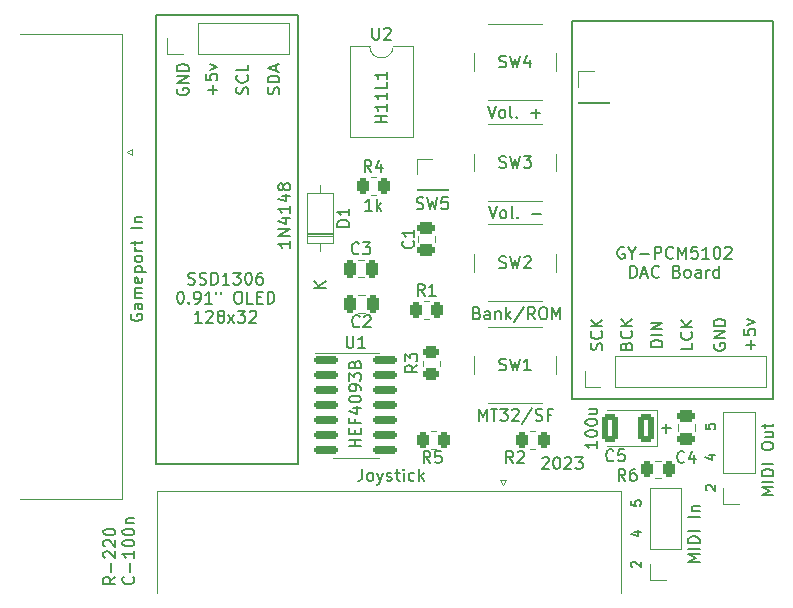
<source format=gto>
G04 #@! TF.GenerationSoftware,KiCad,Pcbnew,7.0.9*
G04 #@! TF.CreationDate,2023-12-26T00:02:25-07:00*
G04 #@! TF.ProjectId,midi_test,6d696469-5f74-4657-9374-2e6b69636164,rev?*
G04 #@! TF.SameCoordinates,Original*
G04 #@! TF.FileFunction,Legend,Top*
G04 #@! TF.FilePolarity,Positive*
%FSLAX46Y46*%
G04 Gerber Fmt 4.6, Leading zero omitted, Abs format (unit mm)*
G04 Created by KiCad (PCBNEW 7.0.9) date 2023-12-26 00:02:25*
%MOMM*%
%LPD*%
G01*
G04 APERTURE LIST*
G04 Aperture macros list*
%AMRoundRect*
0 Rectangle with rounded corners*
0 $1 Rounding radius*
0 $2 $3 $4 $5 $6 $7 $8 $9 X,Y pos of 4 corners*
0 Add a 4 corners polygon primitive as box body*
4,1,4,$2,$3,$4,$5,$6,$7,$8,$9,$2,$3,0*
0 Add four circle primitives for the rounded corners*
1,1,$1+$1,$2,$3*
1,1,$1+$1,$4,$5*
1,1,$1+$1,$6,$7*
1,1,$1+$1,$8,$9*
0 Add four rect primitives between the rounded corners*
20,1,$1+$1,$2,$3,$4,$5,0*
20,1,$1+$1,$4,$5,$6,$7,0*
20,1,$1+$1,$6,$7,$8,$9,0*
20,1,$1+$1,$8,$9,$2,$3,0*%
G04 Aperture macros list end*
%ADD10C,0.150000*%
%ADD11C,0.120000*%
%ADD12RoundRect,0.250000X-0.475000X0.250000X-0.475000X-0.250000X0.475000X-0.250000X0.475000X0.250000X0*%
%ADD13C,4.000000*%
%ADD14R,1.600000X1.600000*%
%ADD15C,1.600000*%
%ADD16C,2.000000*%
%ADD17RoundRect,0.150000X-0.825000X-0.150000X0.825000X-0.150000X0.825000X0.150000X-0.825000X0.150000X0*%
%ADD18C,2.750000*%
%ADD19R,1.750000X1.750000*%
%ADD20C,1.750000*%
%ADD21RoundRect,0.250000X0.262500X0.450000X-0.262500X0.450000X-0.262500X-0.450000X0.262500X-0.450000X0*%
%ADD22R,1.700000X1.700000*%
%ADD23O,1.700000X1.700000*%
%ADD24RoundRect,0.250000X0.475000X-0.250000X0.475000X0.250000X-0.475000X0.250000X-0.475000X-0.250000X0*%
%ADD25O,1.600000X1.600000*%
%ADD26RoundRect,0.250000X-0.262500X-0.450000X0.262500X-0.450000X0.262500X0.450000X-0.262500X0.450000X0*%
%ADD27RoundRect,0.250000X0.250000X0.475000X-0.250000X0.475000X-0.250000X-0.475000X0.250000X-0.475000X0*%
%ADD28RoundRect,0.250000X0.412500X0.925000X-0.412500X0.925000X-0.412500X-0.925000X0.412500X-0.925000X0*%
%ADD29RoundRect,0.250000X-0.250000X-0.475000X0.250000X-0.475000X0.250000X0.475000X-0.250000X0.475000X0*%
%ADD30RoundRect,0.250000X0.450000X-0.262500X0.450000X0.262500X-0.450000X0.262500X-0.450000X-0.262500X0*%
G04 APERTURE END LIST*
D10*
X182350000Y-51000000D02*
X199350000Y-51000000D01*
X199350000Y-83000000D01*
X182350000Y-83000000D01*
X182350000Y-51000000D01*
X147100000Y-50500000D02*
X159100000Y-50500000D01*
X159100000Y-88500000D01*
X147100000Y-88500000D01*
X147100000Y-50500000D01*
X199369819Y-91163220D02*
X198369819Y-91163220D01*
X198369819Y-91163220D02*
X199084104Y-90829887D01*
X199084104Y-90829887D02*
X198369819Y-90496554D01*
X198369819Y-90496554D02*
X199369819Y-90496554D01*
X199369819Y-90020363D02*
X198369819Y-90020363D01*
X199369819Y-89544173D02*
X198369819Y-89544173D01*
X198369819Y-89544173D02*
X198369819Y-89306078D01*
X198369819Y-89306078D02*
X198417438Y-89163221D01*
X198417438Y-89163221D02*
X198512676Y-89067983D01*
X198512676Y-89067983D02*
X198607914Y-89020364D01*
X198607914Y-89020364D02*
X198798390Y-88972745D01*
X198798390Y-88972745D02*
X198941247Y-88972745D01*
X198941247Y-88972745D02*
X199131723Y-89020364D01*
X199131723Y-89020364D02*
X199226961Y-89067983D01*
X199226961Y-89067983D02*
X199322200Y-89163221D01*
X199322200Y-89163221D02*
X199369819Y-89306078D01*
X199369819Y-89306078D02*
X199369819Y-89544173D01*
X199369819Y-88544173D02*
X198369819Y-88544173D01*
X198369819Y-87115602D02*
X198369819Y-86925126D01*
X198369819Y-86925126D02*
X198417438Y-86829888D01*
X198417438Y-86829888D02*
X198512676Y-86734650D01*
X198512676Y-86734650D02*
X198703152Y-86687031D01*
X198703152Y-86687031D02*
X199036485Y-86687031D01*
X199036485Y-86687031D02*
X199226961Y-86734650D01*
X199226961Y-86734650D02*
X199322200Y-86829888D01*
X199322200Y-86829888D02*
X199369819Y-86925126D01*
X199369819Y-86925126D02*
X199369819Y-87115602D01*
X199369819Y-87115602D02*
X199322200Y-87210840D01*
X199322200Y-87210840D02*
X199226961Y-87306078D01*
X199226961Y-87306078D02*
X199036485Y-87353697D01*
X199036485Y-87353697D02*
X198703152Y-87353697D01*
X198703152Y-87353697D02*
X198512676Y-87306078D01*
X198512676Y-87306078D02*
X198417438Y-87210840D01*
X198417438Y-87210840D02*
X198369819Y-87115602D01*
X198703152Y-85829888D02*
X199369819Y-85829888D01*
X198703152Y-86258459D02*
X199226961Y-86258459D01*
X199226961Y-86258459D02*
X199322200Y-86210840D01*
X199322200Y-86210840D02*
X199369819Y-86115602D01*
X199369819Y-86115602D02*
X199369819Y-85972745D01*
X199369819Y-85972745D02*
X199322200Y-85877507D01*
X199322200Y-85877507D02*
X199274580Y-85829888D01*
X198703152Y-85496554D02*
X198703152Y-85115602D01*
X198369819Y-85353697D02*
X199226961Y-85353697D01*
X199226961Y-85353697D02*
X199322200Y-85306078D01*
X199322200Y-85306078D02*
X199369819Y-85210840D01*
X199369819Y-85210840D02*
X199369819Y-85115602D01*
X187420485Y-97248935D02*
X187382390Y-97210839D01*
X187382390Y-97210839D02*
X187344295Y-97134649D01*
X187344295Y-97134649D02*
X187344295Y-96944173D01*
X187344295Y-96944173D02*
X187382390Y-96867982D01*
X187382390Y-96867982D02*
X187420485Y-96829887D01*
X187420485Y-96829887D02*
X187496676Y-96791792D01*
X187496676Y-96791792D02*
X187572866Y-96791792D01*
X187572866Y-96791792D02*
X187687152Y-96829887D01*
X187687152Y-96829887D02*
X188144295Y-97287030D01*
X188144295Y-97287030D02*
X188144295Y-96791792D01*
X187610961Y-94277505D02*
X188144295Y-94277505D01*
X187306200Y-94467981D02*
X187877628Y-94658458D01*
X187877628Y-94658458D02*
X187877628Y-94163219D01*
X187344295Y-91648933D02*
X187344295Y-92029885D01*
X187344295Y-92029885D02*
X187725247Y-92067981D01*
X187725247Y-92067981D02*
X187687152Y-92029885D01*
X187687152Y-92029885D02*
X187649057Y-91953695D01*
X187649057Y-91953695D02*
X187649057Y-91763219D01*
X187649057Y-91763219D02*
X187687152Y-91687028D01*
X187687152Y-91687028D02*
X187725247Y-91648933D01*
X187725247Y-91648933D02*
X187801438Y-91610838D01*
X187801438Y-91610838D02*
X187991914Y-91610838D01*
X187991914Y-91610838D02*
X188068104Y-91648933D01*
X188068104Y-91648933D02*
X188106200Y-91687028D01*
X188106200Y-91687028D02*
X188144295Y-91763219D01*
X188144295Y-91763219D02*
X188144295Y-91953695D01*
X188144295Y-91953695D02*
X188106200Y-92029885D01*
X188106200Y-92029885D02*
X188068104Y-92067981D01*
X175193922Y-58219819D02*
X175527255Y-59219819D01*
X175527255Y-59219819D02*
X175860588Y-58219819D01*
X176336779Y-59219819D02*
X176241541Y-59172200D01*
X176241541Y-59172200D02*
X176193922Y-59124580D01*
X176193922Y-59124580D02*
X176146303Y-59029342D01*
X176146303Y-59029342D02*
X176146303Y-58743628D01*
X176146303Y-58743628D02*
X176193922Y-58648390D01*
X176193922Y-58648390D02*
X176241541Y-58600771D01*
X176241541Y-58600771D02*
X176336779Y-58553152D01*
X176336779Y-58553152D02*
X176479636Y-58553152D01*
X176479636Y-58553152D02*
X176574874Y-58600771D01*
X176574874Y-58600771D02*
X176622493Y-58648390D01*
X176622493Y-58648390D02*
X176670112Y-58743628D01*
X176670112Y-58743628D02*
X176670112Y-59029342D01*
X176670112Y-59029342D02*
X176622493Y-59124580D01*
X176622493Y-59124580D02*
X176574874Y-59172200D01*
X176574874Y-59172200D02*
X176479636Y-59219819D01*
X176479636Y-59219819D02*
X176336779Y-59219819D01*
X177241541Y-59219819D02*
X177146303Y-59172200D01*
X177146303Y-59172200D02*
X177098684Y-59076961D01*
X177098684Y-59076961D02*
X177098684Y-58219819D01*
X177622494Y-59124580D02*
X177670113Y-59172200D01*
X177670113Y-59172200D02*
X177622494Y-59219819D01*
X177622494Y-59219819D02*
X177574875Y-59172200D01*
X177574875Y-59172200D02*
X177622494Y-59124580D01*
X177622494Y-59124580D02*
X177622494Y-59219819D01*
X178860589Y-58838866D02*
X179622494Y-58838866D01*
X179241541Y-59219819D02*
X179241541Y-58457914D01*
X143649819Y-98091792D02*
X143173628Y-98425125D01*
X143649819Y-98663220D02*
X142649819Y-98663220D01*
X142649819Y-98663220D02*
X142649819Y-98282268D01*
X142649819Y-98282268D02*
X142697438Y-98187030D01*
X142697438Y-98187030D02*
X142745057Y-98139411D01*
X142745057Y-98139411D02*
X142840295Y-98091792D01*
X142840295Y-98091792D02*
X142983152Y-98091792D01*
X142983152Y-98091792D02*
X143078390Y-98139411D01*
X143078390Y-98139411D02*
X143126009Y-98187030D01*
X143126009Y-98187030D02*
X143173628Y-98282268D01*
X143173628Y-98282268D02*
X143173628Y-98663220D01*
X143268866Y-97663220D02*
X143268866Y-96901316D01*
X142745057Y-96472744D02*
X142697438Y-96425125D01*
X142697438Y-96425125D02*
X142649819Y-96329887D01*
X142649819Y-96329887D02*
X142649819Y-96091792D01*
X142649819Y-96091792D02*
X142697438Y-95996554D01*
X142697438Y-95996554D02*
X142745057Y-95948935D01*
X142745057Y-95948935D02*
X142840295Y-95901316D01*
X142840295Y-95901316D02*
X142935533Y-95901316D01*
X142935533Y-95901316D02*
X143078390Y-95948935D01*
X143078390Y-95948935D02*
X143649819Y-96520363D01*
X143649819Y-96520363D02*
X143649819Y-95901316D01*
X142745057Y-95520363D02*
X142697438Y-95472744D01*
X142697438Y-95472744D02*
X142649819Y-95377506D01*
X142649819Y-95377506D02*
X142649819Y-95139411D01*
X142649819Y-95139411D02*
X142697438Y-95044173D01*
X142697438Y-95044173D02*
X142745057Y-94996554D01*
X142745057Y-94996554D02*
X142840295Y-94948935D01*
X142840295Y-94948935D02*
X142935533Y-94948935D01*
X142935533Y-94948935D02*
X143078390Y-94996554D01*
X143078390Y-94996554D02*
X143649819Y-95567982D01*
X143649819Y-95567982D02*
X143649819Y-94948935D01*
X142649819Y-94329887D02*
X142649819Y-94234649D01*
X142649819Y-94234649D02*
X142697438Y-94139411D01*
X142697438Y-94139411D02*
X142745057Y-94091792D01*
X142745057Y-94091792D02*
X142840295Y-94044173D01*
X142840295Y-94044173D02*
X143030771Y-93996554D01*
X143030771Y-93996554D02*
X143268866Y-93996554D01*
X143268866Y-93996554D02*
X143459342Y-94044173D01*
X143459342Y-94044173D02*
X143554580Y-94091792D01*
X143554580Y-94091792D02*
X143602200Y-94139411D01*
X143602200Y-94139411D02*
X143649819Y-94234649D01*
X143649819Y-94234649D02*
X143649819Y-94329887D01*
X143649819Y-94329887D02*
X143602200Y-94425125D01*
X143602200Y-94425125D02*
X143554580Y-94472744D01*
X143554580Y-94472744D02*
X143459342Y-94520363D01*
X143459342Y-94520363D02*
X143268866Y-94567982D01*
X143268866Y-94567982D02*
X143030771Y-94567982D01*
X143030771Y-94567982D02*
X142840295Y-94520363D01*
X142840295Y-94520363D02*
X142745057Y-94472744D01*
X142745057Y-94472744D02*
X142697438Y-94425125D01*
X142697438Y-94425125D02*
X142649819Y-94329887D01*
X145164580Y-98091792D02*
X145212200Y-98139411D01*
X145212200Y-98139411D02*
X145259819Y-98282268D01*
X145259819Y-98282268D02*
X145259819Y-98377506D01*
X145259819Y-98377506D02*
X145212200Y-98520363D01*
X145212200Y-98520363D02*
X145116961Y-98615601D01*
X145116961Y-98615601D02*
X145021723Y-98663220D01*
X145021723Y-98663220D02*
X144831247Y-98710839D01*
X144831247Y-98710839D02*
X144688390Y-98710839D01*
X144688390Y-98710839D02*
X144497914Y-98663220D01*
X144497914Y-98663220D02*
X144402676Y-98615601D01*
X144402676Y-98615601D02*
X144307438Y-98520363D01*
X144307438Y-98520363D02*
X144259819Y-98377506D01*
X144259819Y-98377506D02*
X144259819Y-98282268D01*
X144259819Y-98282268D02*
X144307438Y-98139411D01*
X144307438Y-98139411D02*
X144355057Y-98091792D01*
X144878866Y-97663220D02*
X144878866Y-96901316D01*
X145259819Y-95901316D02*
X145259819Y-96472744D01*
X145259819Y-96187030D02*
X144259819Y-96187030D01*
X144259819Y-96187030D02*
X144402676Y-96282268D01*
X144402676Y-96282268D02*
X144497914Y-96377506D01*
X144497914Y-96377506D02*
X144545533Y-96472744D01*
X144259819Y-95282268D02*
X144259819Y-95187030D01*
X144259819Y-95187030D02*
X144307438Y-95091792D01*
X144307438Y-95091792D02*
X144355057Y-95044173D01*
X144355057Y-95044173D02*
X144450295Y-94996554D01*
X144450295Y-94996554D02*
X144640771Y-94948935D01*
X144640771Y-94948935D02*
X144878866Y-94948935D01*
X144878866Y-94948935D02*
X145069342Y-94996554D01*
X145069342Y-94996554D02*
X145164580Y-95044173D01*
X145164580Y-95044173D02*
X145212200Y-95091792D01*
X145212200Y-95091792D02*
X145259819Y-95187030D01*
X145259819Y-95187030D02*
X145259819Y-95282268D01*
X145259819Y-95282268D02*
X145212200Y-95377506D01*
X145212200Y-95377506D02*
X145164580Y-95425125D01*
X145164580Y-95425125D02*
X145069342Y-95472744D01*
X145069342Y-95472744D02*
X144878866Y-95520363D01*
X144878866Y-95520363D02*
X144640771Y-95520363D01*
X144640771Y-95520363D02*
X144450295Y-95472744D01*
X144450295Y-95472744D02*
X144355057Y-95425125D01*
X144355057Y-95425125D02*
X144307438Y-95377506D01*
X144307438Y-95377506D02*
X144259819Y-95282268D01*
X144259819Y-94329887D02*
X144259819Y-94234649D01*
X144259819Y-94234649D02*
X144307438Y-94139411D01*
X144307438Y-94139411D02*
X144355057Y-94091792D01*
X144355057Y-94091792D02*
X144450295Y-94044173D01*
X144450295Y-94044173D02*
X144640771Y-93996554D01*
X144640771Y-93996554D02*
X144878866Y-93996554D01*
X144878866Y-93996554D02*
X145069342Y-94044173D01*
X145069342Y-94044173D02*
X145164580Y-94091792D01*
X145164580Y-94091792D02*
X145212200Y-94139411D01*
X145212200Y-94139411D02*
X145259819Y-94234649D01*
X145259819Y-94234649D02*
X145259819Y-94329887D01*
X145259819Y-94329887D02*
X145212200Y-94425125D01*
X145212200Y-94425125D02*
X145164580Y-94472744D01*
X145164580Y-94472744D02*
X145069342Y-94520363D01*
X145069342Y-94520363D02*
X144878866Y-94567982D01*
X144878866Y-94567982D02*
X144640771Y-94567982D01*
X144640771Y-94567982D02*
X144450295Y-94520363D01*
X144450295Y-94520363D02*
X144355057Y-94472744D01*
X144355057Y-94472744D02*
X144307438Y-94425125D01*
X144307438Y-94425125D02*
X144259819Y-94329887D01*
X144593152Y-93567982D02*
X145259819Y-93567982D01*
X144688390Y-93567982D02*
X144640771Y-93520363D01*
X144640771Y-93520363D02*
X144593152Y-93425125D01*
X144593152Y-93425125D02*
X144593152Y-93282268D01*
X144593152Y-93282268D02*
X144640771Y-93187030D01*
X144640771Y-93187030D02*
X144736009Y-93139411D01*
X144736009Y-93139411D02*
X145259819Y-93139411D01*
X194352438Y-78361904D02*
X194304819Y-78457142D01*
X194304819Y-78457142D02*
X194304819Y-78599999D01*
X194304819Y-78599999D02*
X194352438Y-78742856D01*
X194352438Y-78742856D02*
X194447676Y-78838094D01*
X194447676Y-78838094D02*
X194542914Y-78885713D01*
X194542914Y-78885713D02*
X194733390Y-78933332D01*
X194733390Y-78933332D02*
X194876247Y-78933332D01*
X194876247Y-78933332D02*
X195066723Y-78885713D01*
X195066723Y-78885713D02*
X195161961Y-78838094D01*
X195161961Y-78838094D02*
X195257200Y-78742856D01*
X195257200Y-78742856D02*
X195304819Y-78599999D01*
X195304819Y-78599999D02*
X195304819Y-78504761D01*
X195304819Y-78504761D02*
X195257200Y-78361904D01*
X195257200Y-78361904D02*
X195209580Y-78314285D01*
X195209580Y-78314285D02*
X194876247Y-78314285D01*
X194876247Y-78314285D02*
X194876247Y-78504761D01*
X195304819Y-77885713D02*
X194304819Y-77885713D01*
X194304819Y-77885713D02*
X195304819Y-77314285D01*
X195304819Y-77314285D02*
X194304819Y-77314285D01*
X195304819Y-76838094D02*
X194304819Y-76838094D01*
X194304819Y-76838094D02*
X194304819Y-76599999D01*
X194304819Y-76599999D02*
X194352438Y-76457142D01*
X194352438Y-76457142D02*
X194447676Y-76361904D01*
X194447676Y-76361904D02*
X194542914Y-76314285D01*
X194542914Y-76314285D02*
X194733390Y-76266666D01*
X194733390Y-76266666D02*
X194876247Y-76266666D01*
X194876247Y-76266666D02*
X195066723Y-76314285D01*
X195066723Y-76314285D02*
X195161961Y-76361904D01*
X195161961Y-76361904D02*
X195257200Y-76457142D01*
X195257200Y-76457142D02*
X195304819Y-76599999D01*
X195304819Y-76599999D02*
X195304819Y-76838094D01*
X186907009Y-78528571D02*
X186954628Y-78385714D01*
X186954628Y-78385714D02*
X187002247Y-78338095D01*
X187002247Y-78338095D02*
X187097485Y-78290476D01*
X187097485Y-78290476D02*
X187240342Y-78290476D01*
X187240342Y-78290476D02*
X187335580Y-78338095D01*
X187335580Y-78338095D02*
X187383200Y-78385714D01*
X187383200Y-78385714D02*
X187430819Y-78480952D01*
X187430819Y-78480952D02*
X187430819Y-78861904D01*
X187430819Y-78861904D02*
X186430819Y-78861904D01*
X186430819Y-78861904D02*
X186430819Y-78528571D01*
X186430819Y-78528571D02*
X186478438Y-78433333D01*
X186478438Y-78433333D02*
X186526057Y-78385714D01*
X186526057Y-78385714D02*
X186621295Y-78338095D01*
X186621295Y-78338095D02*
X186716533Y-78338095D01*
X186716533Y-78338095D02*
X186811771Y-78385714D01*
X186811771Y-78385714D02*
X186859390Y-78433333D01*
X186859390Y-78433333D02*
X186907009Y-78528571D01*
X186907009Y-78528571D02*
X186907009Y-78861904D01*
X187335580Y-77290476D02*
X187383200Y-77338095D01*
X187383200Y-77338095D02*
X187430819Y-77480952D01*
X187430819Y-77480952D02*
X187430819Y-77576190D01*
X187430819Y-77576190D02*
X187383200Y-77719047D01*
X187383200Y-77719047D02*
X187287961Y-77814285D01*
X187287961Y-77814285D02*
X187192723Y-77861904D01*
X187192723Y-77861904D02*
X187002247Y-77909523D01*
X187002247Y-77909523D02*
X186859390Y-77909523D01*
X186859390Y-77909523D02*
X186668914Y-77861904D01*
X186668914Y-77861904D02*
X186573676Y-77814285D01*
X186573676Y-77814285D02*
X186478438Y-77719047D01*
X186478438Y-77719047D02*
X186430819Y-77576190D01*
X186430819Y-77576190D02*
X186430819Y-77480952D01*
X186430819Y-77480952D02*
X186478438Y-77338095D01*
X186478438Y-77338095D02*
X186526057Y-77290476D01*
X187430819Y-76861904D02*
X186430819Y-76861904D01*
X187430819Y-76290476D02*
X186859390Y-76719047D01*
X186430819Y-76290476D02*
X187002247Y-76861904D01*
X186738095Y-70197438D02*
X186642857Y-70149819D01*
X186642857Y-70149819D02*
X186500000Y-70149819D01*
X186500000Y-70149819D02*
X186357143Y-70197438D01*
X186357143Y-70197438D02*
X186261905Y-70292676D01*
X186261905Y-70292676D02*
X186214286Y-70387914D01*
X186214286Y-70387914D02*
X186166667Y-70578390D01*
X186166667Y-70578390D02*
X186166667Y-70721247D01*
X186166667Y-70721247D02*
X186214286Y-70911723D01*
X186214286Y-70911723D02*
X186261905Y-71006961D01*
X186261905Y-71006961D02*
X186357143Y-71102200D01*
X186357143Y-71102200D02*
X186500000Y-71149819D01*
X186500000Y-71149819D02*
X186595238Y-71149819D01*
X186595238Y-71149819D02*
X186738095Y-71102200D01*
X186738095Y-71102200D02*
X186785714Y-71054580D01*
X186785714Y-71054580D02*
X186785714Y-70721247D01*
X186785714Y-70721247D02*
X186595238Y-70721247D01*
X187404762Y-70673628D02*
X187404762Y-71149819D01*
X187071429Y-70149819D02*
X187404762Y-70673628D01*
X187404762Y-70673628D02*
X187738095Y-70149819D01*
X188071429Y-70768866D02*
X188833334Y-70768866D01*
X189309524Y-71149819D02*
X189309524Y-70149819D01*
X189309524Y-70149819D02*
X189690476Y-70149819D01*
X189690476Y-70149819D02*
X189785714Y-70197438D01*
X189785714Y-70197438D02*
X189833333Y-70245057D01*
X189833333Y-70245057D02*
X189880952Y-70340295D01*
X189880952Y-70340295D02*
X189880952Y-70483152D01*
X189880952Y-70483152D02*
X189833333Y-70578390D01*
X189833333Y-70578390D02*
X189785714Y-70626009D01*
X189785714Y-70626009D02*
X189690476Y-70673628D01*
X189690476Y-70673628D02*
X189309524Y-70673628D01*
X190880952Y-71054580D02*
X190833333Y-71102200D01*
X190833333Y-71102200D02*
X190690476Y-71149819D01*
X190690476Y-71149819D02*
X190595238Y-71149819D01*
X190595238Y-71149819D02*
X190452381Y-71102200D01*
X190452381Y-71102200D02*
X190357143Y-71006961D01*
X190357143Y-71006961D02*
X190309524Y-70911723D01*
X190309524Y-70911723D02*
X190261905Y-70721247D01*
X190261905Y-70721247D02*
X190261905Y-70578390D01*
X190261905Y-70578390D02*
X190309524Y-70387914D01*
X190309524Y-70387914D02*
X190357143Y-70292676D01*
X190357143Y-70292676D02*
X190452381Y-70197438D01*
X190452381Y-70197438D02*
X190595238Y-70149819D01*
X190595238Y-70149819D02*
X190690476Y-70149819D01*
X190690476Y-70149819D02*
X190833333Y-70197438D01*
X190833333Y-70197438D02*
X190880952Y-70245057D01*
X191309524Y-71149819D02*
X191309524Y-70149819D01*
X191309524Y-70149819D02*
X191642857Y-70864104D01*
X191642857Y-70864104D02*
X191976190Y-70149819D01*
X191976190Y-70149819D02*
X191976190Y-71149819D01*
X192928571Y-70149819D02*
X192452381Y-70149819D01*
X192452381Y-70149819D02*
X192404762Y-70626009D01*
X192404762Y-70626009D02*
X192452381Y-70578390D01*
X192452381Y-70578390D02*
X192547619Y-70530771D01*
X192547619Y-70530771D02*
X192785714Y-70530771D01*
X192785714Y-70530771D02*
X192880952Y-70578390D01*
X192880952Y-70578390D02*
X192928571Y-70626009D01*
X192928571Y-70626009D02*
X192976190Y-70721247D01*
X192976190Y-70721247D02*
X192976190Y-70959342D01*
X192976190Y-70959342D02*
X192928571Y-71054580D01*
X192928571Y-71054580D02*
X192880952Y-71102200D01*
X192880952Y-71102200D02*
X192785714Y-71149819D01*
X192785714Y-71149819D02*
X192547619Y-71149819D01*
X192547619Y-71149819D02*
X192452381Y-71102200D01*
X192452381Y-71102200D02*
X192404762Y-71054580D01*
X193928571Y-71149819D02*
X193357143Y-71149819D01*
X193642857Y-71149819D02*
X193642857Y-70149819D01*
X193642857Y-70149819D02*
X193547619Y-70292676D01*
X193547619Y-70292676D02*
X193452381Y-70387914D01*
X193452381Y-70387914D02*
X193357143Y-70435533D01*
X194547619Y-70149819D02*
X194642857Y-70149819D01*
X194642857Y-70149819D02*
X194738095Y-70197438D01*
X194738095Y-70197438D02*
X194785714Y-70245057D01*
X194785714Y-70245057D02*
X194833333Y-70340295D01*
X194833333Y-70340295D02*
X194880952Y-70530771D01*
X194880952Y-70530771D02*
X194880952Y-70768866D01*
X194880952Y-70768866D02*
X194833333Y-70959342D01*
X194833333Y-70959342D02*
X194785714Y-71054580D01*
X194785714Y-71054580D02*
X194738095Y-71102200D01*
X194738095Y-71102200D02*
X194642857Y-71149819D01*
X194642857Y-71149819D02*
X194547619Y-71149819D01*
X194547619Y-71149819D02*
X194452381Y-71102200D01*
X194452381Y-71102200D02*
X194404762Y-71054580D01*
X194404762Y-71054580D02*
X194357143Y-70959342D01*
X194357143Y-70959342D02*
X194309524Y-70768866D01*
X194309524Y-70768866D02*
X194309524Y-70530771D01*
X194309524Y-70530771D02*
X194357143Y-70340295D01*
X194357143Y-70340295D02*
X194404762Y-70245057D01*
X194404762Y-70245057D02*
X194452381Y-70197438D01*
X194452381Y-70197438D02*
X194547619Y-70149819D01*
X195261905Y-70245057D02*
X195309524Y-70197438D01*
X195309524Y-70197438D02*
X195404762Y-70149819D01*
X195404762Y-70149819D02*
X195642857Y-70149819D01*
X195642857Y-70149819D02*
X195738095Y-70197438D01*
X195738095Y-70197438D02*
X195785714Y-70245057D01*
X195785714Y-70245057D02*
X195833333Y-70340295D01*
X195833333Y-70340295D02*
X195833333Y-70435533D01*
X195833333Y-70435533D02*
X195785714Y-70578390D01*
X195785714Y-70578390D02*
X195214286Y-71149819D01*
X195214286Y-71149819D02*
X195833333Y-71149819D01*
X187261904Y-72759819D02*
X187261904Y-71759819D01*
X187261904Y-71759819D02*
X187499999Y-71759819D01*
X187499999Y-71759819D02*
X187642856Y-71807438D01*
X187642856Y-71807438D02*
X187738094Y-71902676D01*
X187738094Y-71902676D02*
X187785713Y-71997914D01*
X187785713Y-71997914D02*
X187833332Y-72188390D01*
X187833332Y-72188390D02*
X187833332Y-72331247D01*
X187833332Y-72331247D02*
X187785713Y-72521723D01*
X187785713Y-72521723D02*
X187738094Y-72616961D01*
X187738094Y-72616961D02*
X187642856Y-72712200D01*
X187642856Y-72712200D02*
X187499999Y-72759819D01*
X187499999Y-72759819D02*
X187261904Y-72759819D01*
X188214285Y-72474104D02*
X188690475Y-72474104D01*
X188119047Y-72759819D02*
X188452380Y-71759819D01*
X188452380Y-71759819D02*
X188785713Y-72759819D01*
X189690475Y-72664580D02*
X189642856Y-72712200D01*
X189642856Y-72712200D02*
X189499999Y-72759819D01*
X189499999Y-72759819D02*
X189404761Y-72759819D01*
X189404761Y-72759819D02*
X189261904Y-72712200D01*
X189261904Y-72712200D02*
X189166666Y-72616961D01*
X189166666Y-72616961D02*
X189119047Y-72521723D01*
X189119047Y-72521723D02*
X189071428Y-72331247D01*
X189071428Y-72331247D02*
X189071428Y-72188390D01*
X189071428Y-72188390D02*
X189119047Y-71997914D01*
X189119047Y-71997914D02*
X189166666Y-71902676D01*
X189166666Y-71902676D02*
X189261904Y-71807438D01*
X189261904Y-71807438D02*
X189404761Y-71759819D01*
X189404761Y-71759819D02*
X189499999Y-71759819D01*
X189499999Y-71759819D02*
X189642856Y-71807438D01*
X189642856Y-71807438D02*
X189690475Y-71855057D01*
X191214285Y-72236009D02*
X191357142Y-72283628D01*
X191357142Y-72283628D02*
X191404761Y-72331247D01*
X191404761Y-72331247D02*
X191452380Y-72426485D01*
X191452380Y-72426485D02*
X191452380Y-72569342D01*
X191452380Y-72569342D02*
X191404761Y-72664580D01*
X191404761Y-72664580D02*
X191357142Y-72712200D01*
X191357142Y-72712200D02*
X191261904Y-72759819D01*
X191261904Y-72759819D02*
X190880952Y-72759819D01*
X190880952Y-72759819D02*
X190880952Y-71759819D01*
X190880952Y-71759819D02*
X191214285Y-71759819D01*
X191214285Y-71759819D02*
X191309523Y-71807438D01*
X191309523Y-71807438D02*
X191357142Y-71855057D01*
X191357142Y-71855057D02*
X191404761Y-71950295D01*
X191404761Y-71950295D02*
X191404761Y-72045533D01*
X191404761Y-72045533D02*
X191357142Y-72140771D01*
X191357142Y-72140771D02*
X191309523Y-72188390D01*
X191309523Y-72188390D02*
X191214285Y-72236009D01*
X191214285Y-72236009D02*
X190880952Y-72236009D01*
X192023809Y-72759819D02*
X191928571Y-72712200D01*
X191928571Y-72712200D02*
X191880952Y-72664580D01*
X191880952Y-72664580D02*
X191833333Y-72569342D01*
X191833333Y-72569342D02*
X191833333Y-72283628D01*
X191833333Y-72283628D02*
X191880952Y-72188390D01*
X191880952Y-72188390D02*
X191928571Y-72140771D01*
X191928571Y-72140771D02*
X192023809Y-72093152D01*
X192023809Y-72093152D02*
X192166666Y-72093152D01*
X192166666Y-72093152D02*
X192261904Y-72140771D01*
X192261904Y-72140771D02*
X192309523Y-72188390D01*
X192309523Y-72188390D02*
X192357142Y-72283628D01*
X192357142Y-72283628D02*
X192357142Y-72569342D01*
X192357142Y-72569342D02*
X192309523Y-72664580D01*
X192309523Y-72664580D02*
X192261904Y-72712200D01*
X192261904Y-72712200D02*
X192166666Y-72759819D01*
X192166666Y-72759819D02*
X192023809Y-72759819D01*
X193214285Y-72759819D02*
X193214285Y-72236009D01*
X193214285Y-72236009D02*
X193166666Y-72140771D01*
X193166666Y-72140771D02*
X193071428Y-72093152D01*
X193071428Y-72093152D02*
X192880952Y-72093152D01*
X192880952Y-72093152D02*
X192785714Y-72140771D01*
X193214285Y-72712200D02*
X193119047Y-72759819D01*
X193119047Y-72759819D02*
X192880952Y-72759819D01*
X192880952Y-72759819D02*
X192785714Y-72712200D01*
X192785714Y-72712200D02*
X192738095Y-72616961D01*
X192738095Y-72616961D02*
X192738095Y-72521723D01*
X192738095Y-72521723D02*
X192785714Y-72426485D01*
X192785714Y-72426485D02*
X192880952Y-72378866D01*
X192880952Y-72378866D02*
X193119047Y-72378866D01*
X193119047Y-72378866D02*
X193214285Y-72331247D01*
X193690476Y-72759819D02*
X193690476Y-72093152D01*
X193690476Y-72283628D02*
X193738095Y-72188390D01*
X193738095Y-72188390D02*
X193785714Y-72140771D01*
X193785714Y-72140771D02*
X193880952Y-72093152D01*
X193880952Y-72093152D02*
X193976190Y-72093152D01*
X194738095Y-72759819D02*
X194738095Y-71759819D01*
X194738095Y-72712200D02*
X194642857Y-72759819D01*
X194642857Y-72759819D02*
X194452381Y-72759819D01*
X194452381Y-72759819D02*
X194357143Y-72712200D01*
X194357143Y-72712200D02*
X194309524Y-72664580D01*
X194309524Y-72664580D02*
X194261905Y-72569342D01*
X194261905Y-72569342D02*
X194261905Y-72283628D01*
X194261905Y-72283628D02*
X194309524Y-72188390D01*
X194309524Y-72188390D02*
X194357143Y-72140771D01*
X194357143Y-72140771D02*
X194452381Y-72093152D01*
X194452381Y-72093152D02*
X194642857Y-72093152D01*
X194642857Y-72093152D02*
X194738095Y-72140771D01*
X174436779Y-84869819D02*
X174436779Y-83869819D01*
X174436779Y-83869819D02*
X174770112Y-84584104D01*
X174770112Y-84584104D02*
X175103445Y-83869819D01*
X175103445Y-83869819D02*
X175103445Y-84869819D01*
X175436779Y-83869819D02*
X176008207Y-83869819D01*
X175722493Y-84869819D02*
X175722493Y-83869819D01*
X176246303Y-83869819D02*
X176865350Y-83869819D01*
X176865350Y-83869819D02*
X176532017Y-84250771D01*
X176532017Y-84250771D02*
X176674874Y-84250771D01*
X176674874Y-84250771D02*
X176770112Y-84298390D01*
X176770112Y-84298390D02*
X176817731Y-84346009D01*
X176817731Y-84346009D02*
X176865350Y-84441247D01*
X176865350Y-84441247D02*
X176865350Y-84679342D01*
X176865350Y-84679342D02*
X176817731Y-84774580D01*
X176817731Y-84774580D02*
X176770112Y-84822200D01*
X176770112Y-84822200D02*
X176674874Y-84869819D01*
X176674874Y-84869819D02*
X176389160Y-84869819D01*
X176389160Y-84869819D02*
X176293922Y-84822200D01*
X176293922Y-84822200D02*
X176246303Y-84774580D01*
X177246303Y-83965057D02*
X177293922Y-83917438D01*
X177293922Y-83917438D02*
X177389160Y-83869819D01*
X177389160Y-83869819D02*
X177627255Y-83869819D01*
X177627255Y-83869819D02*
X177722493Y-83917438D01*
X177722493Y-83917438D02*
X177770112Y-83965057D01*
X177770112Y-83965057D02*
X177817731Y-84060295D01*
X177817731Y-84060295D02*
X177817731Y-84155533D01*
X177817731Y-84155533D02*
X177770112Y-84298390D01*
X177770112Y-84298390D02*
X177198684Y-84869819D01*
X177198684Y-84869819D02*
X177817731Y-84869819D01*
X178960588Y-83822200D02*
X178103446Y-85107914D01*
X179246303Y-84822200D02*
X179389160Y-84869819D01*
X179389160Y-84869819D02*
X179627255Y-84869819D01*
X179627255Y-84869819D02*
X179722493Y-84822200D01*
X179722493Y-84822200D02*
X179770112Y-84774580D01*
X179770112Y-84774580D02*
X179817731Y-84679342D01*
X179817731Y-84679342D02*
X179817731Y-84584104D01*
X179817731Y-84584104D02*
X179770112Y-84488866D01*
X179770112Y-84488866D02*
X179722493Y-84441247D01*
X179722493Y-84441247D02*
X179627255Y-84393628D01*
X179627255Y-84393628D02*
X179436779Y-84346009D01*
X179436779Y-84346009D02*
X179341541Y-84298390D01*
X179341541Y-84298390D02*
X179293922Y-84250771D01*
X179293922Y-84250771D02*
X179246303Y-84155533D01*
X179246303Y-84155533D02*
X179246303Y-84060295D01*
X179246303Y-84060295D02*
X179293922Y-83965057D01*
X179293922Y-83965057D02*
X179341541Y-83917438D01*
X179341541Y-83917438D02*
X179436779Y-83869819D01*
X179436779Y-83869819D02*
X179674874Y-83869819D01*
X179674874Y-83869819D02*
X179817731Y-83917438D01*
X180579636Y-84346009D02*
X180246303Y-84346009D01*
X180246303Y-84869819D02*
X180246303Y-83869819D01*
X180246303Y-83869819D02*
X180722493Y-83869819D01*
X169166667Y-66907200D02*
X169309524Y-66954819D01*
X169309524Y-66954819D02*
X169547619Y-66954819D01*
X169547619Y-66954819D02*
X169642857Y-66907200D01*
X169642857Y-66907200D02*
X169690476Y-66859580D01*
X169690476Y-66859580D02*
X169738095Y-66764342D01*
X169738095Y-66764342D02*
X169738095Y-66669104D01*
X169738095Y-66669104D02*
X169690476Y-66573866D01*
X169690476Y-66573866D02*
X169642857Y-66526247D01*
X169642857Y-66526247D02*
X169547619Y-66478628D01*
X169547619Y-66478628D02*
X169357143Y-66431009D01*
X169357143Y-66431009D02*
X169261905Y-66383390D01*
X169261905Y-66383390D02*
X169214286Y-66335771D01*
X169214286Y-66335771D02*
X169166667Y-66240533D01*
X169166667Y-66240533D02*
X169166667Y-66145295D01*
X169166667Y-66145295D02*
X169214286Y-66050057D01*
X169214286Y-66050057D02*
X169261905Y-66002438D01*
X169261905Y-66002438D02*
X169357143Y-65954819D01*
X169357143Y-65954819D02*
X169595238Y-65954819D01*
X169595238Y-65954819D02*
X169738095Y-66002438D01*
X170071429Y-65954819D02*
X170309524Y-66954819D01*
X170309524Y-66954819D02*
X170500000Y-66240533D01*
X170500000Y-66240533D02*
X170690476Y-66954819D01*
X170690476Y-66954819D02*
X170928572Y-65954819D01*
X171785714Y-65954819D02*
X171309524Y-65954819D01*
X171309524Y-65954819D02*
X171261905Y-66431009D01*
X171261905Y-66431009D02*
X171309524Y-66383390D01*
X171309524Y-66383390D02*
X171404762Y-66335771D01*
X171404762Y-66335771D02*
X171642857Y-66335771D01*
X171642857Y-66335771D02*
X171738095Y-66383390D01*
X171738095Y-66383390D02*
X171785714Y-66431009D01*
X171785714Y-66431009D02*
X171833333Y-66526247D01*
X171833333Y-66526247D02*
X171833333Y-66764342D01*
X171833333Y-66764342D02*
X171785714Y-66859580D01*
X171785714Y-66859580D02*
X171738095Y-66907200D01*
X171738095Y-66907200D02*
X171642857Y-66954819D01*
X171642857Y-66954819D02*
X171404762Y-66954819D01*
X171404762Y-66954819D02*
X171309524Y-66907200D01*
X171309524Y-66907200D02*
X171261905Y-66859580D01*
X149833333Y-73297200D02*
X149976190Y-73344819D01*
X149976190Y-73344819D02*
X150214285Y-73344819D01*
X150214285Y-73344819D02*
X150309523Y-73297200D01*
X150309523Y-73297200D02*
X150357142Y-73249580D01*
X150357142Y-73249580D02*
X150404761Y-73154342D01*
X150404761Y-73154342D02*
X150404761Y-73059104D01*
X150404761Y-73059104D02*
X150357142Y-72963866D01*
X150357142Y-72963866D02*
X150309523Y-72916247D01*
X150309523Y-72916247D02*
X150214285Y-72868628D01*
X150214285Y-72868628D02*
X150023809Y-72821009D01*
X150023809Y-72821009D02*
X149928571Y-72773390D01*
X149928571Y-72773390D02*
X149880952Y-72725771D01*
X149880952Y-72725771D02*
X149833333Y-72630533D01*
X149833333Y-72630533D02*
X149833333Y-72535295D01*
X149833333Y-72535295D02*
X149880952Y-72440057D01*
X149880952Y-72440057D02*
X149928571Y-72392438D01*
X149928571Y-72392438D02*
X150023809Y-72344819D01*
X150023809Y-72344819D02*
X150261904Y-72344819D01*
X150261904Y-72344819D02*
X150404761Y-72392438D01*
X150785714Y-73297200D02*
X150928571Y-73344819D01*
X150928571Y-73344819D02*
X151166666Y-73344819D01*
X151166666Y-73344819D02*
X151261904Y-73297200D01*
X151261904Y-73297200D02*
X151309523Y-73249580D01*
X151309523Y-73249580D02*
X151357142Y-73154342D01*
X151357142Y-73154342D02*
X151357142Y-73059104D01*
X151357142Y-73059104D02*
X151309523Y-72963866D01*
X151309523Y-72963866D02*
X151261904Y-72916247D01*
X151261904Y-72916247D02*
X151166666Y-72868628D01*
X151166666Y-72868628D02*
X150976190Y-72821009D01*
X150976190Y-72821009D02*
X150880952Y-72773390D01*
X150880952Y-72773390D02*
X150833333Y-72725771D01*
X150833333Y-72725771D02*
X150785714Y-72630533D01*
X150785714Y-72630533D02*
X150785714Y-72535295D01*
X150785714Y-72535295D02*
X150833333Y-72440057D01*
X150833333Y-72440057D02*
X150880952Y-72392438D01*
X150880952Y-72392438D02*
X150976190Y-72344819D01*
X150976190Y-72344819D02*
X151214285Y-72344819D01*
X151214285Y-72344819D02*
X151357142Y-72392438D01*
X151785714Y-73344819D02*
X151785714Y-72344819D01*
X151785714Y-72344819D02*
X152023809Y-72344819D01*
X152023809Y-72344819D02*
X152166666Y-72392438D01*
X152166666Y-72392438D02*
X152261904Y-72487676D01*
X152261904Y-72487676D02*
X152309523Y-72582914D01*
X152309523Y-72582914D02*
X152357142Y-72773390D01*
X152357142Y-72773390D02*
X152357142Y-72916247D01*
X152357142Y-72916247D02*
X152309523Y-73106723D01*
X152309523Y-73106723D02*
X152261904Y-73201961D01*
X152261904Y-73201961D02*
X152166666Y-73297200D01*
X152166666Y-73297200D02*
X152023809Y-73344819D01*
X152023809Y-73344819D02*
X151785714Y-73344819D01*
X153309523Y-73344819D02*
X152738095Y-73344819D01*
X153023809Y-73344819D02*
X153023809Y-72344819D01*
X153023809Y-72344819D02*
X152928571Y-72487676D01*
X152928571Y-72487676D02*
X152833333Y-72582914D01*
X152833333Y-72582914D02*
X152738095Y-72630533D01*
X153642857Y-72344819D02*
X154261904Y-72344819D01*
X154261904Y-72344819D02*
X153928571Y-72725771D01*
X153928571Y-72725771D02*
X154071428Y-72725771D01*
X154071428Y-72725771D02*
X154166666Y-72773390D01*
X154166666Y-72773390D02*
X154214285Y-72821009D01*
X154214285Y-72821009D02*
X154261904Y-72916247D01*
X154261904Y-72916247D02*
X154261904Y-73154342D01*
X154261904Y-73154342D02*
X154214285Y-73249580D01*
X154214285Y-73249580D02*
X154166666Y-73297200D01*
X154166666Y-73297200D02*
X154071428Y-73344819D01*
X154071428Y-73344819D02*
X153785714Y-73344819D01*
X153785714Y-73344819D02*
X153690476Y-73297200D01*
X153690476Y-73297200D02*
X153642857Y-73249580D01*
X154880952Y-72344819D02*
X154976190Y-72344819D01*
X154976190Y-72344819D02*
X155071428Y-72392438D01*
X155071428Y-72392438D02*
X155119047Y-72440057D01*
X155119047Y-72440057D02*
X155166666Y-72535295D01*
X155166666Y-72535295D02*
X155214285Y-72725771D01*
X155214285Y-72725771D02*
X155214285Y-72963866D01*
X155214285Y-72963866D02*
X155166666Y-73154342D01*
X155166666Y-73154342D02*
X155119047Y-73249580D01*
X155119047Y-73249580D02*
X155071428Y-73297200D01*
X155071428Y-73297200D02*
X154976190Y-73344819D01*
X154976190Y-73344819D02*
X154880952Y-73344819D01*
X154880952Y-73344819D02*
X154785714Y-73297200D01*
X154785714Y-73297200D02*
X154738095Y-73249580D01*
X154738095Y-73249580D02*
X154690476Y-73154342D01*
X154690476Y-73154342D02*
X154642857Y-72963866D01*
X154642857Y-72963866D02*
X154642857Y-72725771D01*
X154642857Y-72725771D02*
X154690476Y-72535295D01*
X154690476Y-72535295D02*
X154738095Y-72440057D01*
X154738095Y-72440057D02*
X154785714Y-72392438D01*
X154785714Y-72392438D02*
X154880952Y-72344819D01*
X156071428Y-72344819D02*
X155880952Y-72344819D01*
X155880952Y-72344819D02*
X155785714Y-72392438D01*
X155785714Y-72392438D02*
X155738095Y-72440057D01*
X155738095Y-72440057D02*
X155642857Y-72582914D01*
X155642857Y-72582914D02*
X155595238Y-72773390D01*
X155595238Y-72773390D02*
X155595238Y-73154342D01*
X155595238Y-73154342D02*
X155642857Y-73249580D01*
X155642857Y-73249580D02*
X155690476Y-73297200D01*
X155690476Y-73297200D02*
X155785714Y-73344819D01*
X155785714Y-73344819D02*
X155976190Y-73344819D01*
X155976190Y-73344819D02*
X156071428Y-73297200D01*
X156071428Y-73297200D02*
X156119047Y-73249580D01*
X156119047Y-73249580D02*
X156166666Y-73154342D01*
X156166666Y-73154342D02*
X156166666Y-72916247D01*
X156166666Y-72916247D02*
X156119047Y-72821009D01*
X156119047Y-72821009D02*
X156071428Y-72773390D01*
X156071428Y-72773390D02*
X155976190Y-72725771D01*
X155976190Y-72725771D02*
X155785714Y-72725771D01*
X155785714Y-72725771D02*
X155690476Y-72773390D01*
X155690476Y-72773390D02*
X155642857Y-72821009D01*
X155642857Y-72821009D02*
X155595238Y-72916247D01*
X149119047Y-73954819D02*
X149214285Y-73954819D01*
X149214285Y-73954819D02*
X149309523Y-74002438D01*
X149309523Y-74002438D02*
X149357142Y-74050057D01*
X149357142Y-74050057D02*
X149404761Y-74145295D01*
X149404761Y-74145295D02*
X149452380Y-74335771D01*
X149452380Y-74335771D02*
X149452380Y-74573866D01*
X149452380Y-74573866D02*
X149404761Y-74764342D01*
X149404761Y-74764342D02*
X149357142Y-74859580D01*
X149357142Y-74859580D02*
X149309523Y-74907200D01*
X149309523Y-74907200D02*
X149214285Y-74954819D01*
X149214285Y-74954819D02*
X149119047Y-74954819D01*
X149119047Y-74954819D02*
X149023809Y-74907200D01*
X149023809Y-74907200D02*
X148976190Y-74859580D01*
X148976190Y-74859580D02*
X148928571Y-74764342D01*
X148928571Y-74764342D02*
X148880952Y-74573866D01*
X148880952Y-74573866D02*
X148880952Y-74335771D01*
X148880952Y-74335771D02*
X148928571Y-74145295D01*
X148928571Y-74145295D02*
X148976190Y-74050057D01*
X148976190Y-74050057D02*
X149023809Y-74002438D01*
X149023809Y-74002438D02*
X149119047Y-73954819D01*
X149880952Y-74859580D02*
X149928571Y-74907200D01*
X149928571Y-74907200D02*
X149880952Y-74954819D01*
X149880952Y-74954819D02*
X149833333Y-74907200D01*
X149833333Y-74907200D02*
X149880952Y-74859580D01*
X149880952Y-74859580D02*
X149880952Y-74954819D01*
X150404761Y-74954819D02*
X150595237Y-74954819D01*
X150595237Y-74954819D02*
X150690475Y-74907200D01*
X150690475Y-74907200D02*
X150738094Y-74859580D01*
X150738094Y-74859580D02*
X150833332Y-74716723D01*
X150833332Y-74716723D02*
X150880951Y-74526247D01*
X150880951Y-74526247D02*
X150880951Y-74145295D01*
X150880951Y-74145295D02*
X150833332Y-74050057D01*
X150833332Y-74050057D02*
X150785713Y-74002438D01*
X150785713Y-74002438D02*
X150690475Y-73954819D01*
X150690475Y-73954819D02*
X150499999Y-73954819D01*
X150499999Y-73954819D02*
X150404761Y-74002438D01*
X150404761Y-74002438D02*
X150357142Y-74050057D01*
X150357142Y-74050057D02*
X150309523Y-74145295D01*
X150309523Y-74145295D02*
X150309523Y-74383390D01*
X150309523Y-74383390D02*
X150357142Y-74478628D01*
X150357142Y-74478628D02*
X150404761Y-74526247D01*
X150404761Y-74526247D02*
X150499999Y-74573866D01*
X150499999Y-74573866D02*
X150690475Y-74573866D01*
X150690475Y-74573866D02*
X150785713Y-74526247D01*
X150785713Y-74526247D02*
X150833332Y-74478628D01*
X150833332Y-74478628D02*
X150880951Y-74383390D01*
X151833332Y-74954819D02*
X151261904Y-74954819D01*
X151547618Y-74954819D02*
X151547618Y-73954819D01*
X151547618Y-73954819D02*
X151452380Y-74097676D01*
X151452380Y-74097676D02*
X151357142Y-74192914D01*
X151357142Y-74192914D02*
X151261904Y-74240533D01*
X152214285Y-73954819D02*
X152214285Y-74145295D01*
X152595237Y-73954819D02*
X152595237Y-74145295D01*
X153976190Y-73954819D02*
X154166666Y-73954819D01*
X154166666Y-73954819D02*
X154261904Y-74002438D01*
X154261904Y-74002438D02*
X154357142Y-74097676D01*
X154357142Y-74097676D02*
X154404761Y-74288152D01*
X154404761Y-74288152D02*
X154404761Y-74621485D01*
X154404761Y-74621485D02*
X154357142Y-74811961D01*
X154357142Y-74811961D02*
X154261904Y-74907200D01*
X154261904Y-74907200D02*
X154166666Y-74954819D01*
X154166666Y-74954819D02*
X153976190Y-74954819D01*
X153976190Y-74954819D02*
X153880952Y-74907200D01*
X153880952Y-74907200D02*
X153785714Y-74811961D01*
X153785714Y-74811961D02*
X153738095Y-74621485D01*
X153738095Y-74621485D02*
X153738095Y-74288152D01*
X153738095Y-74288152D02*
X153785714Y-74097676D01*
X153785714Y-74097676D02*
X153880952Y-74002438D01*
X153880952Y-74002438D02*
X153976190Y-73954819D01*
X155309523Y-74954819D02*
X154833333Y-74954819D01*
X154833333Y-74954819D02*
X154833333Y-73954819D01*
X155642857Y-74431009D02*
X155976190Y-74431009D01*
X156119047Y-74954819D02*
X155642857Y-74954819D01*
X155642857Y-74954819D02*
X155642857Y-73954819D01*
X155642857Y-73954819D02*
X156119047Y-73954819D01*
X156547619Y-74954819D02*
X156547619Y-73954819D01*
X156547619Y-73954819D02*
X156785714Y-73954819D01*
X156785714Y-73954819D02*
X156928571Y-74002438D01*
X156928571Y-74002438D02*
X157023809Y-74097676D01*
X157023809Y-74097676D02*
X157071428Y-74192914D01*
X157071428Y-74192914D02*
X157119047Y-74383390D01*
X157119047Y-74383390D02*
X157119047Y-74526247D01*
X157119047Y-74526247D02*
X157071428Y-74716723D01*
X157071428Y-74716723D02*
X157023809Y-74811961D01*
X157023809Y-74811961D02*
X156928571Y-74907200D01*
X156928571Y-74907200D02*
X156785714Y-74954819D01*
X156785714Y-74954819D02*
X156547619Y-74954819D01*
X150976190Y-76564819D02*
X150404762Y-76564819D01*
X150690476Y-76564819D02*
X150690476Y-75564819D01*
X150690476Y-75564819D02*
X150595238Y-75707676D01*
X150595238Y-75707676D02*
X150500000Y-75802914D01*
X150500000Y-75802914D02*
X150404762Y-75850533D01*
X151357143Y-75660057D02*
X151404762Y-75612438D01*
X151404762Y-75612438D02*
X151500000Y-75564819D01*
X151500000Y-75564819D02*
X151738095Y-75564819D01*
X151738095Y-75564819D02*
X151833333Y-75612438D01*
X151833333Y-75612438D02*
X151880952Y-75660057D01*
X151880952Y-75660057D02*
X151928571Y-75755295D01*
X151928571Y-75755295D02*
X151928571Y-75850533D01*
X151928571Y-75850533D02*
X151880952Y-75993390D01*
X151880952Y-75993390D02*
X151309524Y-76564819D01*
X151309524Y-76564819D02*
X151928571Y-76564819D01*
X152500000Y-75993390D02*
X152404762Y-75945771D01*
X152404762Y-75945771D02*
X152357143Y-75898152D01*
X152357143Y-75898152D02*
X152309524Y-75802914D01*
X152309524Y-75802914D02*
X152309524Y-75755295D01*
X152309524Y-75755295D02*
X152357143Y-75660057D01*
X152357143Y-75660057D02*
X152404762Y-75612438D01*
X152404762Y-75612438D02*
X152500000Y-75564819D01*
X152500000Y-75564819D02*
X152690476Y-75564819D01*
X152690476Y-75564819D02*
X152785714Y-75612438D01*
X152785714Y-75612438D02*
X152833333Y-75660057D01*
X152833333Y-75660057D02*
X152880952Y-75755295D01*
X152880952Y-75755295D02*
X152880952Y-75802914D01*
X152880952Y-75802914D02*
X152833333Y-75898152D01*
X152833333Y-75898152D02*
X152785714Y-75945771D01*
X152785714Y-75945771D02*
X152690476Y-75993390D01*
X152690476Y-75993390D02*
X152500000Y-75993390D01*
X152500000Y-75993390D02*
X152404762Y-76041009D01*
X152404762Y-76041009D02*
X152357143Y-76088628D01*
X152357143Y-76088628D02*
X152309524Y-76183866D01*
X152309524Y-76183866D02*
X152309524Y-76374342D01*
X152309524Y-76374342D02*
X152357143Y-76469580D01*
X152357143Y-76469580D02*
X152404762Y-76517200D01*
X152404762Y-76517200D02*
X152500000Y-76564819D01*
X152500000Y-76564819D02*
X152690476Y-76564819D01*
X152690476Y-76564819D02*
X152785714Y-76517200D01*
X152785714Y-76517200D02*
X152833333Y-76469580D01*
X152833333Y-76469580D02*
X152880952Y-76374342D01*
X152880952Y-76374342D02*
X152880952Y-76183866D01*
X152880952Y-76183866D02*
X152833333Y-76088628D01*
X152833333Y-76088628D02*
X152785714Y-76041009D01*
X152785714Y-76041009D02*
X152690476Y-75993390D01*
X153214286Y-76564819D02*
X153738095Y-75898152D01*
X153214286Y-75898152D02*
X153738095Y-76564819D01*
X154023810Y-75564819D02*
X154642857Y-75564819D01*
X154642857Y-75564819D02*
X154309524Y-75945771D01*
X154309524Y-75945771D02*
X154452381Y-75945771D01*
X154452381Y-75945771D02*
X154547619Y-75993390D01*
X154547619Y-75993390D02*
X154595238Y-76041009D01*
X154595238Y-76041009D02*
X154642857Y-76136247D01*
X154642857Y-76136247D02*
X154642857Y-76374342D01*
X154642857Y-76374342D02*
X154595238Y-76469580D01*
X154595238Y-76469580D02*
X154547619Y-76517200D01*
X154547619Y-76517200D02*
X154452381Y-76564819D01*
X154452381Y-76564819D02*
X154166667Y-76564819D01*
X154166667Y-76564819D02*
X154071429Y-76517200D01*
X154071429Y-76517200D02*
X154023810Y-76469580D01*
X155023810Y-75660057D02*
X155071429Y-75612438D01*
X155071429Y-75612438D02*
X155166667Y-75564819D01*
X155166667Y-75564819D02*
X155404762Y-75564819D01*
X155404762Y-75564819D02*
X155500000Y-75612438D01*
X155500000Y-75612438D02*
X155547619Y-75660057D01*
X155547619Y-75660057D02*
X155595238Y-75755295D01*
X155595238Y-75755295D02*
X155595238Y-75850533D01*
X155595238Y-75850533D02*
X155547619Y-75993390D01*
X155547619Y-75993390D02*
X154976191Y-76564819D01*
X154976191Y-76564819D02*
X155595238Y-76564819D01*
X148902438Y-56761904D02*
X148854819Y-56857142D01*
X148854819Y-56857142D02*
X148854819Y-56999999D01*
X148854819Y-56999999D02*
X148902438Y-57142856D01*
X148902438Y-57142856D02*
X148997676Y-57238094D01*
X148997676Y-57238094D02*
X149092914Y-57285713D01*
X149092914Y-57285713D02*
X149283390Y-57333332D01*
X149283390Y-57333332D02*
X149426247Y-57333332D01*
X149426247Y-57333332D02*
X149616723Y-57285713D01*
X149616723Y-57285713D02*
X149711961Y-57238094D01*
X149711961Y-57238094D02*
X149807200Y-57142856D01*
X149807200Y-57142856D02*
X149854819Y-56999999D01*
X149854819Y-56999999D02*
X149854819Y-56904761D01*
X149854819Y-56904761D02*
X149807200Y-56761904D01*
X149807200Y-56761904D02*
X149759580Y-56714285D01*
X149759580Y-56714285D02*
X149426247Y-56714285D01*
X149426247Y-56714285D02*
X149426247Y-56904761D01*
X149854819Y-56285713D02*
X148854819Y-56285713D01*
X148854819Y-56285713D02*
X149854819Y-55714285D01*
X149854819Y-55714285D02*
X148854819Y-55714285D01*
X149854819Y-55238094D02*
X148854819Y-55238094D01*
X148854819Y-55238094D02*
X148854819Y-54999999D01*
X148854819Y-54999999D02*
X148902438Y-54857142D01*
X148902438Y-54857142D02*
X148997676Y-54761904D01*
X148997676Y-54761904D02*
X149092914Y-54714285D01*
X149092914Y-54714285D02*
X149283390Y-54666666D01*
X149283390Y-54666666D02*
X149426247Y-54666666D01*
X149426247Y-54666666D02*
X149616723Y-54714285D01*
X149616723Y-54714285D02*
X149711961Y-54761904D01*
X149711961Y-54761904D02*
X149807200Y-54857142D01*
X149807200Y-54857142D02*
X149854819Y-54999999D01*
X149854819Y-54999999D02*
X149854819Y-55238094D01*
X192510819Y-78290476D02*
X192510819Y-78766666D01*
X192510819Y-78766666D02*
X191510819Y-78766666D01*
X192415580Y-77385714D02*
X192463200Y-77433333D01*
X192463200Y-77433333D02*
X192510819Y-77576190D01*
X192510819Y-77576190D02*
X192510819Y-77671428D01*
X192510819Y-77671428D02*
X192463200Y-77814285D01*
X192463200Y-77814285D02*
X192367961Y-77909523D01*
X192367961Y-77909523D02*
X192272723Y-77957142D01*
X192272723Y-77957142D02*
X192082247Y-78004761D01*
X192082247Y-78004761D02*
X191939390Y-78004761D01*
X191939390Y-78004761D02*
X191748914Y-77957142D01*
X191748914Y-77957142D02*
X191653676Y-77909523D01*
X191653676Y-77909523D02*
X191558438Y-77814285D01*
X191558438Y-77814285D02*
X191510819Y-77671428D01*
X191510819Y-77671428D02*
X191510819Y-77576190D01*
X191510819Y-77576190D02*
X191558438Y-77433333D01*
X191558438Y-77433333D02*
X191606057Y-77385714D01*
X192510819Y-76957142D02*
X191510819Y-76957142D01*
X192510819Y-76385714D02*
X191939390Y-76814285D01*
X191510819Y-76385714D02*
X192082247Y-76957142D01*
X176166667Y-80557200D02*
X176309524Y-80604819D01*
X176309524Y-80604819D02*
X176547619Y-80604819D01*
X176547619Y-80604819D02*
X176642857Y-80557200D01*
X176642857Y-80557200D02*
X176690476Y-80509580D01*
X176690476Y-80509580D02*
X176738095Y-80414342D01*
X176738095Y-80414342D02*
X176738095Y-80319104D01*
X176738095Y-80319104D02*
X176690476Y-80223866D01*
X176690476Y-80223866D02*
X176642857Y-80176247D01*
X176642857Y-80176247D02*
X176547619Y-80128628D01*
X176547619Y-80128628D02*
X176357143Y-80081009D01*
X176357143Y-80081009D02*
X176261905Y-80033390D01*
X176261905Y-80033390D02*
X176214286Y-79985771D01*
X176214286Y-79985771D02*
X176166667Y-79890533D01*
X176166667Y-79890533D02*
X176166667Y-79795295D01*
X176166667Y-79795295D02*
X176214286Y-79700057D01*
X176214286Y-79700057D02*
X176261905Y-79652438D01*
X176261905Y-79652438D02*
X176357143Y-79604819D01*
X176357143Y-79604819D02*
X176595238Y-79604819D01*
X176595238Y-79604819D02*
X176738095Y-79652438D01*
X177071429Y-79604819D02*
X177309524Y-80604819D01*
X177309524Y-80604819D02*
X177500000Y-79890533D01*
X177500000Y-79890533D02*
X177690476Y-80604819D01*
X177690476Y-80604819D02*
X177928572Y-79604819D01*
X178833333Y-80604819D02*
X178261905Y-80604819D01*
X178547619Y-80604819D02*
X178547619Y-79604819D01*
X178547619Y-79604819D02*
X178452381Y-79747676D01*
X178452381Y-79747676D02*
X178357143Y-79842914D01*
X178357143Y-79842914D02*
X178261905Y-79890533D01*
X154857200Y-57190475D02*
X154904819Y-57047618D01*
X154904819Y-57047618D02*
X154904819Y-56809523D01*
X154904819Y-56809523D02*
X154857200Y-56714285D01*
X154857200Y-56714285D02*
X154809580Y-56666666D01*
X154809580Y-56666666D02*
X154714342Y-56619047D01*
X154714342Y-56619047D02*
X154619104Y-56619047D01*
X154619104Y-56619047D02*
X154523866Y-56666666D01*
X154523866Y-56666666D02*
X154476247Y-56714285D01*
X154476247Y-56714285D02*
X154428628Y-56809523D01*
X154428628Y-56809523D02*
X154381009Y-56999999D01*
X154381009Y-56999999D02*
X154333390Y-57095237D01*
X154333390Y-57095237D02*
X154285771Y-57142856D01*
X154285771Y-57142856D02*
X154190533Y-57190475D01*
X154190533Y-57190475D02*
X154095295Y-57190475D01*
X154095295Y-57190475D02*
X154000057Y-57142856D01*
X154000057Y-57142856D02*
X153952438Y-57095237D01*
X153952438Y-57095237D02*
X153904819Y-56999999D01*
X153904819Y-56999999D02*
X153904819Y-56761904D01*
X153904819Y-56761904D02*
X153952438Y-56619047D01*
X154809580Y-55619047D02*
X154857200Y-55666666D01*
X154857200Y-55666666D02*
X154904819Y-55809523D01*
X154904819Y-55809523D02*
X154904819Y-55904761D01*
X154904819Y-55904761D02*
X154857200Y-56047618D01*
X154857200Y-56047618D02*
X154761961Y-56142856D01*
X154761961Y-56142856D02*
X154666723Y-56190475D01*
X154666723Y-56190475D02*
X154476247Y-56238094D01*
X154476247Y-56238094D02*
X154333390Y-56238094D01*
X154333390Y-56238094D02*
X154142914Y-56190475D01*
X154142914Y-56190475D02*
X154047676Y-56142856D01*
X154047676Y-56142856D02*
X153952438Y-56047618D01*
X153952438Y-56047618D02*
X153904819Y-55904761D01*
X153904819Y-55904761D02*
X153904819Y-55809523D01*
X153904819Y-55809523D02*
X153952438Y-55666666D01*
X153952438Y-55666666D02*
X154000057Y-55619047D01*
X154904819Y-54714285D02*
X154904819Y-55190475D01*
X154904819Y-55190475D02*
X153904819Y-55190475D01*
X179785714Y-88050057D02*
X179833333Y-88002438D01*
X179833333Y-88002438D02*
X179928571Y-87954819D01*
X179928571Y-87954819D02*
X180166666Y-87954819D01*
X180166666Y-87954819D02*
X180261904Y-88002438D01*
X180261904Y-88002438D02*
X180309523Y-88050057D01*
X180309523Y-88050057D02*
X180357142Y-88145295D01*
X180357142Y-88145295D02*
X180357142Y-88240533D01*
X180357142Y-88240533D02*
X180309523Y-88383390D01*
X180309523Y-88383390D02*
X179738095Y-88954819D01*
X179738095Y-88954819D02*
X180357142Y-88954819D01*
X180976190Y-87954819D02*
X181071428Y-87954819D01*
X181071428Y-87954819D02*
X181166666Y-88002438D01*
X181166666Y-88002438D02*
X181214285Y-88050057D01*
X181214285Y-88050057D02*
X181261904Y-88145295D01*
X181261904Y-88145295D02*
X181309523Y-88335771D01*
X181309523Y-88335771D02*
X181309523Y-88573866D01*
X181309523Y-88573866D02*
X181261904Y-88764342D01*
X181261904Y-88764342D02*
X181214285Y-88859580D01*
X181214285Y-88859580D02*
X181166666Y-88907200D01*
X181166666Y-88907200D02*
X181071428Y-88954819D01*
X181071428Y-88954819D02*
X180976190Y-88954819D01*
X180976190Y-88954819D02*
X180880952Y-88907200D01*
X180880952Y-88907200D02*
X180833333Y-88859580D01*
X180833333Y-88859580D02*
X180785714Y-88764342D01*
X180785714Y-88764342D02*
X180738095Y-88573866D01*
X180738095Y-88573866D02*
X180738095Y-88335771D01*
X180738095Y-88335771D02*
X180785714Y-88145295D01*
X180785714Y-88145295D02*
X180833333Y-88050057D01*
X180833333Y-88050057D02*
X180880952Y-88002438D01*
X180880952Y-88002438D02*
X180976190Y-87954819D01*
X181690476Y-88050057D02*
X181738095Y-88002438D01*
X181738095Y-88002438D02*
X181833333Y-87954819D01*
X181833333Y-87954819D02*
X182071428Y-87954819D01*
X182071428Y-87954819D02*
X182166666Y-88002438D01*
X182166666Y-88002438D02*
X182214285Y-88050057D01*
X182214285Y-88050057D02*
X182261904Y-88145295D01*
X182261904Y-88145295D02*
X182261904Y-88240533D01*
X182261904Y-88240533D02*
X182214285Y-88383390D01*
X182214285Y-88383390D02*
X181642857Y-88954819D01*
X181642857Y-88954819D02*
X182261904Y-88954819D01*
X182595238Y-87954819D02*
X183214285Y-87954819D01*
X183214285Y-87954819D02*
X182880952Y-88335771D01*
X182880952Y-88335771D02*
X183023809Y-88335771D01*
X183023809Y-88335771D02*
X183119047Y-88383390D01*
X183119047Y-88383390D02*
X183166666Y-88431009D01*
X183166666Y-88431009D02*
X183214285Y-88526247D01*
X183214285Y-88526247D02*
X183214285Y-88764342D01*
X183214285Y-88764342D02*
X183166666Y-88859580D01*
X183166666Y-88859580D02*
X183119047Y-88907200D01*
X183119047Y-88907200D02*
X183023809Y-88954819D01*
X183023809Y-88954819D02*
X182738095Y-88954819D01*
X182738095Y-88954819D02*
X182642857Y-88907200D01*
X182642857Y-88907200D02*
X182595238Y-88859580D01*
X189970819Y-78623808D02*
X188970819Y-78623808D01*
X188970819Y-78623808D02*
X188970819Y-78385713D01*
X188970819Y-78385713D02*
X189018438Y-78242856D01*
X189018438Y-78242856D02*
X189113676Y-78147618D01*
X189113676Y-78147618D02*
X189208914Y-78099999D01*
X189208914Y-78099999D02*
X189399390Y-78052380D01*
X189399390Y-78052380D02*
X189542247Y-78052380D01*
X189542247Y-78052380D02*
X189732723Y-78099999D01*
X189732723Y-78099999D02*
X189827961Y-78147618D01*
X189827961Y-78147618D02*
X189923200Y-78242856D01*
X189923200Y-78242856D02*
X189970819Y-78385713D01*
X189970819Y-78385713D02*
X189970819Y-78623808D01*
X189970819Y-77623808D02*
X188970819Y-77623808D01*
X189970819Y-77147618D02*
X188970819Y-77147618D01*
X188970819Y-77147618D02*
X189970819Y-76576190D01*
X189970819Y-76576190D02*
X188970819Y-76576190D01*
X151923866Y-57238094D02*
X151923866Y-56476190D01*
X152304819Y-56857142D02*
X151542914Y-56857142D01*
X151304819Y-55523809D02*
X151304819Y-55999999D01*
X151304819Y-55999999D02*
X151781009Y-56047618D01*
X151781009Y-56047618D02*
X151733390Y-55999999D01*
X151733390Y-55999999D02*
X151685771Y-55904761D01*
X151685771Y-55904761D02*
X151685771Y-55666666D01*
X151685771Y-55666666D02*
X151733390Y-55571428D01*
X151733390Y-55571428D02*
X151781009Y-55523809D01*
X151781009Y-55523809D02*
X151876247Y-55476190D01*
X151876247Y-55476190D02*
X152114342Y-55476190D01*
X152114342Y-55476190D02*
X152209580Y-55523809D01*
X152209580Y-55523809D02*
X152257200Y-55571428D01*
X152257200Y-55571428D02*
X152304819Y-55666666D01*
X152304819Y-55666666D02*
X152304819Y-55904761D01*
X152304819Y-55904761D02*
X152257200Y-55999999D01*
X152257200Y-55999999D02*
X152209580Y-56047618D01*
X151638152Y-55142856D02*
X152304819Y-54904761D01*
X152304819Y-54904761D02*
X151638152Y-54666666D01*
X193119819Y-96863220D02*
X192119819Y-96863220D01*
X192119819Y-96863220D02*
X192834104Y-96529887D01*
X192834104Y-96529887D02*
X192119819Y-96196554D01*
X192119819Y-96196554D02*
X193119819Y-96196554D01*
X193119819Y-95720363D02*
X192119819Y-95720363D01*
X193119819Y-95244173D02*
X192119819Y-95244173D01*
X192119819Y-95244173D02*
X192119819Y-95006078D01*
X192119819Y-95006078D02*
X192167438Y-94863221D01*
X192167438Y-94863221D02*
X192262676Y-94767983D01*
X192262676Y-94767983D02*
X192357914Y-94720364D01*
X192357914Y-94720364D02*
X192548390Y-94672745D01*
X192548390Y-94672745D02*
X192691247Y-94672745D01*
X192691247Y-94672745D02*
X192881723Y-94720364D01*
X192881723Y-94720364D02*
X192976961Y-94767983D01*
X192976961Y-94767983D02*
X193072200Y-94863221D01*
X193072200Y-94863221D02*
X193119819Y-95006078D01*
X193119819Y-95006078D02*
X193119819Y-95244173D01*
X193119819Y-94244173D02*
X192119819Y-94244173D01*
X193119819Y-93006078D02*
X192119819Y-93006078D01*
X192453152Y-92529888D02*
X193119819Y-92529888D01*
X192548390Y-92529888D02*
X192500771Y-92482269D01*
X192500771Y-92482269D02*
X192453152Y-92387031D01*
X192453152Y-92387031D02*
X192453152Y-92244174D01*
X192453152Y-92244174D02*
X192500771Y-92148936D01*
X192500771Y-92148936D02*
X192596009Y-92101317D01*
X192596009Y-92101317D02*
X193119819Y-92101317D01*
X184843200Y-78885713D02*
X184890819Y-78742856D01*
X184890819Y-78742856D02*
X184890819Y-78504761D01*
X184890819Y-78504761D02*
X184843200Y-78409523D01*
X184843200Y-78409523D02*
X184795580Y-78361904D01*
X184795580Y-78361904D02*
X184700342Y-78314285D01*
X184700342Y-78314285D02*
X184605104Y-78314285D01*
X184605104Y-78314285D02*
X184509866Y-78361904D01*
X184509866Y-78361904D02*
X184462247Y-78409523D01*
X184462247Y-78409523D02*
X184414628Y-78504761D01*
X184414628Y-78504761D02*
X184367009Y-78695237D01*
X184367009Y-78695237D02*
X184319390Y-78790475D01*
X184319390Y-78790475D02*
X184271771Y-78838094D01*
X184271771Y-78838094D02*
X184176533Y-78885713D01*
X184176533Y-78885713D02*
X184081295Y-78885713D01*
X184081295Y-78885713D02*
X183986057Y-78838094D01*
X183986057Y-78838094D02*
X183938438Y-78790475D01*
X183938438Y-78790475D02*
X183890819Y-78695237D01*
X183890819Y-78695237D02*
X183890819Y-78457142D01*
X183890819Y-78457142D02*
X183938438Y-78314285D01*
X184795580Y-77314285D02*
X184843200Y-77361904D01*
X184843200Y-77361904D02*
X184890819Y-77504761D01*
X184890819Y-77504761D02*
X184890819Y-77599999D01*
X184890819Y-77599999D02*
X184843200Y-77742856D01*
X184843200Y-77742856D02*
X184747961Y-77838094D01*
X184747961Y-77838094D02*
X184652723Y-77885713D01*
X184652723Y-77885713D02*
X184462247Y-77933332D01*
X184462247Y-77933332D02*
X184319390Y-77933332D01*
X184319390Y-77933332D02*
X184128914Y-77885713D01*
X184128914Y-77885713D02*
X184033676Y-77838094D01*
X184033676Y-77838094D02*
X183938438Y-77742856D01*
X183938438Y-77742856D02*
X183890819Y-77599999D01*
X183890819Y-77599999D02*
X183890819Y-77504761D01*
X183890819Y-77504761D02*
X183938438Y-77361904D01*
X183938438Y-77361904D02*
X183986057Y-77314285D01*
X184890819Y-76885713D02*
X183890819Y-76885713D01*
X184890819Y-76314285D02*
X184319390Y-76742856D01*
X183890819Y-76314285D02*
X184462247Y-76885713D01*
X175293922Y-66719819D02*
X175627255Y-67719819D01*
X175627255Y-67719819D02*
X175960588Y-66719819D01*
X176436779Y-67719819D02*
X176341541Y-67672200D01*
X176341541Y-67672200D02*
X176293922Y-67624580D01*
X176293922Y-67624580D02*
X176246303Y-67529342D01*
X176246303Y-67529342D02*
X176246303Y-67243628D01*
X176246303Y-67243628D02*
X176293922Y-67148390D01*
X176293922Y-67148390D02*
X176341541Y-67100771D01*
X176341541Y-67100771D02*
X176436779Y-67053152D01*
X176436779Y-67053152D02*
X176579636Y-67053152D01*
X176579636Y-67053152D02*
X176674874Y-67100771D01*
X176674874Y-67100771D02*
X176722493Y-67148390D01*
X176722493Y-67148390D02*
X176770112Y-67243628D01*
X176770112Y-67243628D02*
X176770112Y-67529342D01*
X176770112Y-67529342D02*
X176722493Y-67624580D01*
X176722493Y-67624580D02*
X176674874Y-67672200D01*
X176674874Y-67672200D02*
X176579636Y-67719819D01*
X176579636Y-67719819D02*
X176436779Y-67719819D01*
X177341541Y-67719819D02*
X177246303Y-67672200D01*
X177246303Y-67672200D02*
X177198684Y-67576961D01*
X177198684Y-67576961D02*
X177198684Y-66719819D01*
X177722494Y-67624580D02*
X177770113Y-67672200D01*
X177770113Y-67672200D02*
X177722494Y-67719819D01*
X177722494Y-67719819D02*
X177674875Y-67672200D01*
X177674875Y-67672200D02*
X177722494Y-67624580D01*
X177722494Y-67624580D02*
X177722494Y-67719819D01*
X178960589Y-67338866D02*
X179722494Y-67338866D01*
X197463866Y-78838094D02*
X197463866Y-78076190D01*
X197844819Y-78457142D02*
X197082914Y-78457142D01*
X196844819Y-77123809D02*
X196844819Y-77599999D01*
X196844819Y-77599999D02*
X197321009Y-77647618D01*
X197321009Y-77647618D02*
X197273390Y-77599999D01*
X197273390Y-77599999D02*
X197225771Y-77504761D01*
X197225771Y-77504761D02*
X197225771Y-77266666D01*
X197225771Y-77266666D02*
X197273390Y-77171428D01*
X197273390Y-77171428D02*
X197321009Y-77123809D01*
X197321009Y-77123809D02*
X197416247Y-77076190D01*
X197416247Y-77076190D02*
X197654342Y-77076190D01*
X197654342Y-77076190D02*
X197749580Y-77123809D01*
X197749580Y-77123809D02*
X197797200Y-77171428D01*
X197797200Y-77171428D02*
X197844819Y-77266666D01*
X197844819Y-77266666D02*
X197844819Y-77504761D01*
X197844819Y-77504761D02*
X197797200Y-77599999D01*
X197797200Y-77599999D02*
X197749580Y-77647618D01*
X197178152Y-76742856D02*
X197844819Y-76504761D01*
X197844819Y-76504761D02*
X197178152Y-76266666D01*
X176166667Y-63407200D02*
X176309524Y-63454819D01*
X176309524Y-63454819D02*
X176547619Y-63454819D01*
X176547619Y-63454819D02*
X176642857Y-63407200D01*
X176642857Y-63407200D02*
X176690476Y-63359580D01*
X176690476Y-63359580D02*
X176738095Y-63264342D01*
X176738095Y-63264342D02*
X176738095Y-63169104D01*
X176738095Y-63169104D02*
X176690476Y-63073866D01*
X176690476Y-63073866D02*
X176642857Y-63026247D01*
X176642857Y-63026247D02*
X176547619Y-62978628D01*
X176547619Y-62978628D02*
X176357143Y-62931009D01*
X176357143Y-62931009D02*
X176261905Y-62883390D01*
X176261905Y-62883390D02*
X176214286Y-62835771D01*
X176214286Y-62835771D02*
X176166667Y-62740533D01*
X176166667Y-62740533D02*
X176166667Y-62645295D01*
X176166667Y-62645295D02*
X176214286Y-62550057D01*
X176214286Y-62550057D02*
X176261905Y-62502438D01*
X176261905Y-62502438D02*
X176357143Y-62454819D01*
X176357143Y-62454819D02*
X176595238Y-62454819D01*
X176595238Y-62454819D02*
X176738095Y-62502438D01*
X177071429Y-62454819D02*
X177309524Y-63454819D01*
X177309524Y-63454819D02*
X177500000Y-62740533D01*
X177500000Y-62740533D02*
X177690476Y-63454819D01*
X177690476Y-63454819D02*
X177928572Y-62454819D01*
X178214286Y-62454819D02*
X178833333Y-62454819D01*
X178833333Y-62454819D02*
X178500000Y-62835771D01*
X178500000Y-62835771D02*
X178642857Y-62835771D01*
X178642857Y-62835771D02*
X178738095Y-62883390D01*
X178738095Y-62883390D02*
X178785714Y-62931009D01*
X178785714Y-62931009D02*
X178833333Y-63026247D01*
X178833333Y-63026247D02*
X178833333Y-63264342D01*
X178833333Y-63264342D02*
X178785714Y-63359580D01*
X178785714Y-63359580D02*
X178738095Y-63407200D01*
X178738095Y-63407200D02*
X178642857Y-63454819D01*
X178642857Y-63454819D02*
X178357143Y-63454819D01*
X178357143Y-63454819D02*
X178261905Y-63407200D01*
X178261905Y-63407200D02*
X178214286Y-63359580D01*
X193720485Y-90748935D02*
X193682390Y-90710839D01*
X193682390Y-90710839D02*
X193644295Y-90634649D01*
X193644295Y-90634649D02*
X193644295Y-90444173D01*
X193644295Y-90444173D02*
X193682390Y-90367982D01*
X193682390Y-90367982D02*
X193720485Y-90329887D01*
X193720485Y-90329887D02*
X193796676Y-90291792D01*
X193796676Y-90291792D02*
X193872866Y-90291792D01*
X193872866Y-90291792D02*
X193987152Y-90329887D01*
X193987152Y-90329887D02*
X194444295Y-90787030D01*
X194444295Y-90787030D02*
X194444295Y-90291792D01*
X193910961Y-87777505D02*
X194444295Y-87777505D01*
X193606200Y-87967981D02*
X194177628Y-88158458D01*
X194177628Y-88158458D02*
X194177628Y-87663219D01*
X193644295Y-85148933D02*
X193644295Y-85529885D01*
X193644295Y-85529885D02*
X194025247Y-85567981D01*
X194025247Y-85567981D02*
X193987152Y-85529885D01*
X193987152Y-85529885D02*
X193949057Y-85453695D01*
X193949057Y-85453695D02*
X193949057Y-85263219D01*
X193949057Y-85263219D02*
X193987152Y-85187028D01*
X193987152Y-85187028D02*
X194025247Y-85148933D01*
X194025247Y-85148933D02*
X194101438Y-85110838D01*
X194101438Y-85110838D02*
X194291914Y-85110838D01*
X194291914Y-85110838D02*
X194368104Y-85148933D01*
X194368104Y-85148933D02*
X194406200Y-85187028D01*
X194406200Y-85187028D02*
X194444295Y-85263219D01*
X194444295Y-85263219D02*
X194444295Y-85453695D01*
X194444295Y-85453695D02*
X194406200Y-85529885D01*
X194406200Y-85529885D02*
X194368104Y-85567981D01*
X157507200Y-57214285D02*
X157554819Y-57071428D01*
X157554819Y-57071428D02*
X157554819Y-56833333D01*
X157554819Y-56833333D02*
X157507200Y-56738095D01*
X157507200Y-56738095D02*
X157459580Y-56690476D01*
X157459580Y-56690476D02*
X157364342Y-56642857D01*
X157364342Y-56642857D02*
X157269104Y-56642857D01*
X157269104Y-56642857D02*
X157173866Y-56690476D01*
X157173866Y-56690476D02*
X157126247Y-56738095D01*
X157126247Y-56738095D02*
X157078628Y-56833333D01*
X157078628Y-56833333D02*
X157031009Y-57023809D01*
X157031009Y-57023809D02*
X156983390Y-57119047D01*
X156983390Y-57119047D02*
X156935771Y-57166666D01*
X156935771Y-57166666D02*
X156840533Y-57214285D01*
X156840533Y-57214285D02*
X156745295Y-57214285D01*
X156745295Y-57214285D02*
X156650057Y-57166666D01*
X156650057Y-57166666D02*
X156602438Y-57119047D01*
X156602438Y-57119047D02*
X156554819Y-57023809D01*
X156554819Y-57023809D02*
X156554819Y-56785714D01*
X156554819Y-56785714D02*
X156602438Y-56642857D01*
X157554819Y-56214285D02*
X156554819Y-56214285D01*
X156554819Y-56214285D02*
X156554819Y-55976190D01*
X156554819Y-55976190D02*
X156602438Y-55833333D01*
X156602438Y-55833333D02*
X156697676Y-55738095D01*
X156697676Y-55738095D02*
X156792914Y-55690476D01*
X156792914Y-55690476D02*
X156983390Y-55642857D01*
X156983390Y-55642857D02*
X157126247Y-55642857D01*
X157126247Y-55642857D02*
X157316723Y-55690476D01*
X157316723Y-55690476D02*
X157411961Y-55738095D01*
X157411961Y-55738095D02*
X157507200Y-55833333D01*
X157507200Y-55833333D02*
X157554819Y-55976190D01*
X157554819Y-55976190D02*
X157554819Y-56214285D01*
X157269104Y-55261904D02*
X157269104Y-54785714D01*
X157554819Y-55357142D02*
X156554819Y-55023809D01*
X156554819Y-55023809D02*
X157554819Y-54690476D01*
X189911779Y-85488866D02*
X190673684Y-85488866D01*
X190292731Y-85869819D02*
X190292731Y-85107914D01*
X164547618Y-88954819D02*
X164547618Y-89669104D01*
X164547618Y-89669104D02*
X164499999Y-89811961D01*
X164499999Y-89811961D02*
X164404761Y-89907200D01*
X164404761Y-89907200D02*
X164261904Y-89954819D01*
X164261904Y-89954819D02*
X164166666Y-89954819D01*
X165166666Y-89954819D02*
X165071428Y-89907200D01*
X165071428Y-89907200D02*
X165023809Y-89859580D01*
X165023809Y-89859580D02*
X164976190Y-89764342D01*
X164976190Y-89764342D02*
X164976190Y-89478628D01*
X164976190Y-89478628D02*
X165023809Y-89383390D01*
X165023809Y-89383390D02*
X165071428Y-89335771D01*
X165071428Y-89335771D02*
X165166666Y-89288152D01*
X165166666Y-89288152D02*
X165309523Y-89288152D01*
X165309523Y-89288152D02*
X165404761Y-89335771D01*
X165404761Y-89335771D02*
X165452380Y-89383390D01*
X165452380Y-89383390D02*
X165499999Y-89478628D01*
X165499999Y-89478628D02*
X165499999Y-89764342D01*
X165499999Y-89764342D02*
X165452380Y-89859580D01*
X165452380Y-89859580D02*
X165404761Y-89907200D01*
X165404761Y-89907200D02*
X165309523Y-89954819D01*
X165309523Y-89954819D02*
X165166666Y-89954819D01*
X165833333Y-89288152D02*
X166071428Y-89954819D01*
X166309523Y-89288152D02*
X166071428Y-89954819D01*
X166071428Y-89954819D02*
X165976190Y-90192914D01*
X165976190Y-90192914D02*
X165928571Y-90240533D01*
X165928571Y-90240533D02*
X165833333Y-90288152D01*
X166642857Y-89907200D02*
X166738095Y-89954819D01*
X166738095Y-89954819D02*
X166928571Y-89954819D01*
X166928571Y-89954819D02*
X167023809Y-89907200D01*
X167023809Y-89907200D02*
X167071428Y-89811961D01*
X167071428Y-89811961D02*
X167071428Y-89764342D01*
X167071428Y-89764342D02*
X167023809Y-89669104D01*
X167023809Y-89669104D02*
X166928571Y-89621485D01*
X166928571Y-89621485D02*
X166785714Y-89621485D01*
X166785714Y-89621485D02*
X166690476Y-89573866D01*
X166690476Y-89573866D02*
X166642857Y-89478628D01*
X166642857Y-89478628D02*
X166642857Y-89431009D01*
X166642857Y-89431009D02*
X166690476Y-89335771D01*
X166690476Y-89335771D02*
X166785714Y-89288152D01*
X166785714Y-89288152D02*
X166928571Y-89288152D01*
X166928571Y-89288152D02*
X167023809Y-89335771D01*
X167357143Y-89288152D02*
X167738095Y-89288152D01*
X167500000Y-88954819D02*
X167500000Y-89811961D01*
X167500000Y-89811961D02*
X167547619Y-89907200D01*
X167547619Y-89907200D02*
X167642857Y-89954819D01*
X167642857Y-89954819D02*
X167738095Y-89954819D01*
X168071429Y-89954819D02*
X168071429Y-89288152D01*
X168071429Y-88954819D02*
X168023810Y-89002438D01*
X168023810Y-89002438D02*
X168071429Y-89050057D01*
X168071429Y-89050057D02*
X168119048Y-89002438D01*
X168119048Y-89002438D02*
X168071429Y-88954819D01*
X168071429Y-88954819D02*
X168071429Y-89050057D01*
X168976190Y-89907200D02*
X168880952Y-89954819D01*
X168880952Y-89954819D02*
X168690476Y-89954819D01*
X168690476Y-89954819D02*
X168595238Y-89907200D01*
X168595238Y-89907200D02*
X168547619Y-89859580D01*
X168547619Y-89859580D02*
X168500000Y-89764342D01*
X168500000Y-89764342D02*
X168500000Y-89478628D01*
X168500000Y-89478628D02*
X168547619Y-89383390D01*
X168547619Y-89383390D02*
X168595238Y-89335771D01*
X168595238Y-89335771D02*
X168690476Y-89288152D01*
X168690476Y-89288152D02*
X168880952Y-89288152D01*
X168880952Y-89288152D02*
X168976190Y-89335771D01*
X169404762Y-89954819D02*
X169404762Y-88954819D01*
X169500000Y-89573866D02*
X169785714Y-89954819D01*
X169785714Y-89288152D02*
X169404762Y-89669104D01*
X176166667Y-54907200D02*
X176309524Y-54954819D01*
X176309524Y-54954819D02*
X176547619Y-54954819D01*
X176547619Y-54954819D02*
X176642857Y-54907200D01*
X176642857Y-54907200D02*
X176690476Y-54859580D01*
X176690476Y-54859580D02*
X176738095Y-54764342D01*
X176738095Y-54764342D02*
X176738095Y-54669104D01*
X176738095Y-54669104D02*
X176690476Y-54573866D01*
X176690476Y-54573866D02*
X176642857Y-54526247D01*
X176642857Y-54526247D02*
X176547619Y-54478628D01*
X176547619Y-54478628D02*
X176357143Y-54431009D01*
X176357143Y-54431009D02*
X176261905Y-54383390D01*
X176261905Y-54383390D02*
X176214286Y-54335771D01*
X176214286Y-54335771D02*
X176166667Y-54240533D01*
X176166667Y-54240533D02*
X176166667Y-54145295D01*
X176166667Y-54145295D02*
X176214286Y-54050057D01*
X176214286Y-54050057D02*
X176261905Y-54002438D01*
X176261905Y-54002438D02*
X176357143Y-53954819D01*
X176357143Y-53954819D02*
X176595238Y-53954819D01*
X176595238Y-53954819D02*
X176738095Y-54002438D01*
X177071429Y-53954819D02*
X177309524Y-54954819D01*
X177309524Y-54954819D02*
X177500000Y-54240533D01*
X177500000Y-54240533D02*
X177690476Y-54954819D01*
X177690476Y-54954819D02*
X177928572Y-53954819D01*
X178738095Y-54288152D02*
X178738095Y-54954819D01*
X178500000Y-53907200D02*
X178261905Y-54621485D01*
X178261905Y-54621485D02*
X178880952Y-54621485D01*
X174270112Y-75746009D02*
X174412969Y-75793628D01*
X174412969Y-75793628D02*
X174460588Y-75841247D01*
X174460588Y-75841247D02*
X174508207Y-75936485D01*
X174508207Y-75936485D02*
X174508207Y-76079342D01*
X174508207Y-76079342D02*
X174460588Y-76174580D01*
X174460588Y-76174580D02*
X174412969Y-76222200D01*
X174412969Y-76222200D02*
X174317731Y-76269819D01*
X174317731Y-76269819D02*
X173936779Y-76269819D01*
X173936779Y-76269819D02*
X173936779Y-75269819D01*
X173936779Y-75269819D02*
X174270112Y-75269819D01*
X174270112Y-75269819D02*
X174365350Y-75317438D01*
X174365350Y-75317438D02*
X174412969Y-75365057D01*
X174412969Y-75365057D02*
X174460588Y-75460295D01*
X174460588Y-75460295D02*
X174460588Y-75555533D01*
X174460588Y-75555533D02*
X174412969Y-75650771D01*
X174412969Y-75650771D02*
X174365350Y-75698390D01*
X174365350Y-75698390D02*
X174270112Y-75746009D01*
X174270112Y-75746009D02*
X173936779Y-75746009D01*
X175365350Y-76269819D02*
X175365350Y-75746009D01*
X175365350Y-75746009D02*
X175317731Y-75650771D01*
X175317731Y-75650771D02*
X175222493Y-75603152D01*
X175222493Y-75603152D02*
X175032017Y-75603152D01*
X175032017Y-75603152D02*
X174936779Y-75650771D01*
X175365350Y-76222200D02*
X175270112Y-76269819D01*
X175270112Y-76269819D02*
X175032017Y-76269819D01*
X175032017Y-76269819D02*
X174936779Y-76222200D01*
X174936779Y-76222200D02*
X174889160Y-76126961D01*
X174889160Y-76126961D02*
X174889160Y-76031723D01*
X174889160Y-76031723D02*
X174936779Y-75936485D01*
X174936779Y-75936485D02*
X175032017Y-75888866D01*
X175032017Y-75888866D02*
X175270112Y-75888866D01*
X175270112Y-75888866D02*
X175365350Y-75841247D01*
X175841541Y-75603152D02*
X175841541Y-76269819D01*
X175841541Y-75698390D02*
X175889160Y-75650771D01*
X175889160Y-75650771D02*
X175984398Y-75603152D01*
X175984398Y-75603152D02*
X176127255Y-75603152D01*
X176127255Y-75603152D02*
X176222493Y-75650771D01*
X176222493Y-75650771D02*
X176270112Y-75746009D01*
X176270112Y-75746009D02*
X176270112Y-76269819D01*
X176746303Y-76269819D02*
X176746303Y-75269819D01*
X176841541Y-75888866D02*
X177127255Y-76269819D01*
X177127255Y-75603152D02*
X176746303Y-75984104D01*
X178270112Y-75222200D02*
X177412970Y-76507914D01*
X179174874Y-76269819D02*
X178841541Y-75793628D01*
X178603446Y-76269819D02*
X178603446Y-75269819D01*
X178603446Y-75269819D02*
X178984398Y-75269819D01*
X178984398Y-75269819D02*
X179079636Y-75317438D01*
X179079636Y-75317438D02*
X179127255Y-75365057D01*
X179127255Y-75365057D02*
X179174874Y-75460295D01*
X179174874Y-75460295D02*
X179174874Y-75603152D01*
X179174874Y-75603152D02*
X179127255Y-75698390D01*
X179127255Y-75698390D02*
X179079636Y-75746009D01*
X179079636Y-75746009D02*
X178984398Y-75793628D01*
X178984398Y-75793628D02*
X178603446Y-75793628D01*
X179793922Y-75269819D02*
X179984398Y-75269819D01*
X179984398Y-75269819D02*
X180079636Y-75317438D01*
X180079636Y-75317438D02*
X180174874Y-75412676D01*
X180174874Y-75412676D02*
X180222493Y-75603152D01*
X180222493Y-75603152D02*
X180222493Y-75936485D01*
X180222493Y-75936485D02*
X180174874Y-76126961D01*
X180174874Y-76126961D02*
X180079636Y-76222200D01*
X180079636Y-76222200D02*
X179984398Y-76269819D01*
X179984398Y-76269819D02*
X179793922Y-76269819D01*
X179793922Y-76269819D02*
X179698684Y-76222200D01*
X179698684Y-76222200D02*
X179603446Y-76126961D01*
X179603446Y-76126961D02*
X179555827Y-75936485D01*
X179555827Y-75936485D02*
X179555827Y-75603152D01*
X179555827Y-75603152D02*
X179603446Y-75412676D01*
X179603446Y-75412676D02*
X179698684Y-75317438D01*
X179698684Y-75317438D02*
X179793922Y-75269819D01*
X180651065Y-76269819D02*
X180651065Y-75269819D01*
X180651065Y-75269819D02*
X180984398Y-75984104D01*
X180984398Y-75984104D02*
X181317731Y-75269819D01*
X181317731Y-75269819D02*
X181317731Y-76269819D01*
X145002438Y-75857143D02*
X144954819Y-75952381D01*
X144954819Y-75952381D02*
X144954819Y-76095238D01*
X144954819Y-76095238D02*
X145002438Y-76238095D01*
X145002438Y-76238095D02*
X145097676Y-76333333D01*
X145097676Y-76333333D02*
X145192914Y-76380952D01*
X145192914Y-76380952D02*
X145383390Y-76428571D01*
X145383390Y-76428571D02*
X145526247Y-76428571D01*
X145526247Y-76428571D02*
X145716723Y-76380952D01*
X145716723Y-76380952D02*
X145811961Y-76333333D01*
X145811961Y-76333333D02*
X145907200Y-76238095D01*
X145907200Y-76238095D02*
X145954819Y-76095238D01*
X145954819Y-76095238D02*
X145954819Y-76000000D01*
X145954819Y-76000000D02*
X145907200Y-75857143D01*
X145907200Y-75857143D02*
X145859580Y-75809524D01*
X145859580Y-75809524D02*
X145526247Y-75809524D01*
X145526247Y-75809524D02*
X145526247Y-76000000D01*
X145954819Y-74952381D02*
X145431009Y-74952381D01*
X145431009Y-74952381D02*
X145335771Y-75000000D01*
X145335771Y-75000000D02*
X145288152Y-75095238D01*
X145288152Y-75095238D02*
X145288152Y-75285714D01*
X145288152Y-75285714D02*
X145335771Y-75380952D01*
X145907200Y-74952381D02*
X145954819Y-75047619D01*
X145954819Y-75047619D02*
X145954819Y-75285714D01*
X145954819Y-75285714D02*
X145907200Y-75380952D01*
X145907200Y-75380952D02*
X145811961Y-75428571D01*
X145811961Y-75428571D02*
X145716723Y-75428571D01*
X145716723Y-75428571D02*
X145621485Y-75380952D01*
X145621485Y-75380952D02*
X145573866Y-75285714D01*
X145573866Y-75285714D02*
X145573866Y-75047619D01*
X145573866Y-75047619D02*
X145526247Y-74952381D01*
X145954819Y-74476190D02*
X145288152Y-74476190D01*
X145383390Y-74476190D02*
X145335771Y-74428571D01*
X145335771Y-74428571D02*
X145288152Y-74333333D01*
X145288152Y-74333333D02*
X145288152Y-74190476D01*
X145288152Y-74190476D02*
X145335771Y-74095238D01*
X145335771Y-74095238D02*
X145431009Y-74047619D01*
X145431009Y-74047619D02*
X145954819Y-74047619D01*
X145431009Y-74047619D02*
X145335771Y-74000000D01*
X145335771Y-74000000D02*
X145288152Y-73904762D01*
X145288152Y-73904762D02*
X145288152Y-73761905D01*
X145288152Y-73761905D02*
X145335771Y-73666666D01*
X145335771Y-73666666D02*
X145431009Y-73619047D01*
X145431009Y-73619047D02*
X145954819Y-73619047D01*
X145907200Y-72761905D02*
X145954819Y-72857143D01*
X145954819Y-72857143D02*
X145954819Y-73047619D01*
X145954819Y-73047619D02*
X145907200Y-73142857D01*
X145907200Y-73142857D02*
X145811961Y-73190476D01*
X145811961Y-73190476D02*
X145431009Y-73190476D01*
X145431009Y-73190476D02*
X145335771Y-73142857D01*
X145335771Y-73142857D02*
X145288152Y-73047619D01*
X145288152Y-73047619D02*
X145288152Y-72857143D01*
X145288152Y-72857143D02*
X145335771Y-72761905D01*
X145335771Y-72761905D02*
X145431009Y-72714286D01*
X145431009Y-72714286D02*
X145526247Y-72714286D01*
X145526247Y-72714286D02*
X145621485Y-73190476D01*
X145288152Y-72285714D02*
X146288152Y-72285714D01*
X145335771Y-72285714D02*
X145288152Y-72190476D01*
X145288152Y-72190476D02*
X145288152Y-72000000D01*
X145288152Y-72000000D02*
X145335771Y-71904762D01*
X145335771Y-71904762D02*
X145383390Y-71857143D01*
X145383390Y-71857143D02*
X145478628Y-71809524D01*
X145478628Y-71809524D02*
X145764342Y-71809524D01*
X145764342Y-71809524D02*
X145859580Y-71857143D01*
X145859580Y-71857143D02*
X145907200Y-71904762D01*
X145907200Y-71904762D02*
X145954819Y-72000000D01*
X145954819Y-72000000D02*
X145954819Y-72190476D01*
X145954819Y-72190476D02*
X145907200Y-72285714D01*
X145954819Y-71238095D02*
X145907200Y-71333333D01*
X145907200Y-71333333D02*
X145859580Y-71380952D01*
X145859580Y-71380952D02*
X145764342Y-71428571D01*
X145764342Y-71428571D02*
X145478628Y-71428571D01*
X145478628Y-71428571D02*
X145383390Y-71380952D01*
X145383390Y-71380952D02*
X145335771Y-71333333D01*
X145335771Y-71333333D02*
X145288152Y-71238095D01*
X145288152Y-71238095D02*
X145288152Y-71095238D01*
X145288152Y-71095238D02*
X145335771Y-71000000D01*
X145335771Y-71000000D02*
X145383390Y-70952381D01*
X145383390Y-70952381D02*
X145478628Y-70904762D01*
X145478628Y-70904762D02*
X145764342Y-70904762D01*
X145764342Y-70904762D02*
X145859580Y-70952381D01*
X145859580Y-70952381D02*
X145907200Y-71000000D01*
X145907200Y-71000000D02*
X145954819Y-71095238D01*
X145954819Y-71095238D02*
X145954819Y-71238095D01*
X145954819Y-70476190D02*
X145288152Y-70476190D01*
X145478628Y-70476190D02*
X145383390Y-70428571D01*
X145383390Y-70428571D02*
X145335771Y-70380952D01*
X145335771Y-70380952D02*
X145288152Y-70285714D01*
X145288152Y-70285714D02*
X145288152Y-70190476D01*
X145288152Y-69999999D02*
X145288152Y-69619047D01*
X144954819Y-69857142D02*
X145811961Y-69857142D01*
X145811961Y-69857142D02*
X145907200Y-69809523D01*
X145907200Y-69809523D02*
X145954819Y-69714285D01*
X145954819Y-69714285D02*
X145954819Y-69619047D01*
X145954819Y-68523808D02*
X144954819Y-68523808D01*
X145288152Y-68047618D02*
X145954819Y-68047618D01*
X145383390Y-68047618D02*
X145335771Y-67999999D01*
X145335771Y-67999999D02*
X145288152Y-67904761D01*
X145288152Y-67904761D02*
X145288152Y-67761904D01*
X145288152Y-67761904D02*
X145335771Y-67666666D01*
X145335771Y-67666666D02*
X145431009Y-67619047D01*
X145431009Y-67619047D02*
X145954819Y-67619047D01*
X176166667Y-71907200D02*
X176309524Y-71954819D01*
X176309524Y-71954819D02*
X176547619Y-71954819D01*
X176547619Y-71954819D02*
X176642857Y-71907200D01*
X176642857Y-71907200D02*
X176690476Y-71859580D01*
X176690476Y-71859580D02*
X176738095Y-71764342D01*
X176738095Y-71764342D02*
X176738095Y-71669104D01*
X176738095Y-71669104D02*
X176690476Y-71573866D01*
X176690476Y-71573866D02*
X176642857Y-71526247D01*
X176642857Y-71526247D02*
X176547619Y-71478628D01*
X176547619Y-71478628D02*
X176357143Y-71431009D01*
X176357143Y-71431009D02*
X176261905Y-71383390D01*
X176261905Y-71383390D02*
X176214286Y-71335771D01*
X176214286Y-71335771D02*
X176166667Y-71240533D01*
X176166667Y-71240533D02*
X176166667Y-71145295D01*
X176166667Y-71145295D02*
X176214286Y-71050057D01*
X176214286Y-71050057D02*
X176261905Y-71002438D01*
X176261905Y-71002438D02*
X176357143Y-70954819D01*
X176357143Y-70954819D02*
X176595238Y-70954819D01*
X176595238Y-70954819D02*
X176738095Y-71002438D01*
X177071429Y-70954819D02*
X177309524Y-71954819D01*
X177309524Y-71954819D02*
X177500000Y-71240533D01*
X177500000Y-71240533D02*
X177690476Y-71954819D01*
X177690476Y-71954819D02*
X177928572Y-70954819D01*
X178261905Y-71050057D02*
X178309524Y-71002438D01*
X178309524Y-71002438D02*
X178404762Y-70954819D01*
X178404762Y-70954819D02*
X178642857Y-70954819D01*
X178642857Y-70954819D02*
X178738095Y-71002438D01*
X178738095Y-71002438D02*
X178785714Y-71050057D01*
X178785714Y-71050057D02*
X178833333Y-71145295D01*
X178833333Y-71145295D02*
X178833333Y-71240533D01*
X178833333Y-71240533D02*
X178785714Y-71383390D01*
X178785714Y-71383390D02*
X178214286Y-71954819D01*
X178214286Y-71954819D02*
X178833333Y-71954819D01*
X168859580Y-69666666D02*
X168907200Y-69714285D01*
X168907200Y-69714285D02*
X168954819Y-69857142D01*
X168954819Y-69857142D02*
X168954819Y-69952380D01*
X168954819Y-69952380D02*
X168907200Y-70095237D01*
X168907200Y-70095237D02*
X168811961Y-70190475D01*
X168811961Y-70190475D02*
X168716723Y-70238094D01*
X168716723Y-70238094D02*
X168526247Y-70285713D01*
X168526247Y-70285713D02*
X168383390Y-70285713D01*
X168383390Y-70285713D02*
X168192914Y-70238094D01*
X168192914Y-70238094D02*
X168097676Y-70190475D01*
X168097676Y-70190475D02*
X168002438Y-70095237D01*
X168002438Y-70095237D02*
X167954819Y-69952380D01*
X167954819Y-69952380D02*
X167954819Y-69857142D01*
X167954819Y-69857142D02*
X168002438Y-69714285D01*
X168002438Y-69714285D02*
X168050057Y-69666666D01*
X168954819Y-68714285D02*
X168954819Y-69285713D01*
X168954819Y-68999999D02*
X167954819Y-68999999D01*
X167954819Y-68999999D02*
X168097676Y-69095237D01*
X168097676Y-69095237D02*
X168192914Y-69190475D01*
X168192914Y-69190475D02*
X168240533Y-69285713D01*
X163238095Y-77704819D02*
X163238095Y-78514342D01*
X163238095Y-78514342D02*
X163285714Y-78609580D01*
X163285714Y-78609580D02*
X163333333Y-78657200D01*
X163333333Y-78657200D02*
X163428571Y-78704819D01*
X163428571Y-78704819D02*
X163619047Y-78704819D01*
X163619047Y-78704819D02*
X163714285Y-78657200D01*
X163714285Y-78657200D02*
X163761904Y-78609580D01*
X163761904Y-78609580D02*
X163809523Y-78514342D01*
X163809523Y-78514342D02*
X163809523Y-77704819D01*
X164809523Y-78704819D02*
X164238095Y-78704819D01*
X164523809Y-78704819D02*
X164523809Y-77704819D01*
X164523809Y-77704819D02*
X164428571Y-77847676D01*
X164428571Y-77847676D02*
X164333333Y-77942914D01*
X164333333Y-77942914D02*
X164238095Y-77990533D01*
X164454819Y-87041428D02*
X163454819Y-87041428D01*
X163931009Y-87041428D02*
X163931009Y-86470000D01*
X164454819Y-86470000D02*
X163454819Y-86470000D01*
X163931009Y-85993809D02*
X163931009Y-85660476D01*
X164454819Y-85517619D02*
X164454819Y-85993809D01*
X164454819Y-85993809D02*
X163454819Y-85993809D01*
X163454819Y-85993809D02*
X163454819Y-85517619D01*
X163931009Y-84755714D02*
X163931009Y-85089047D01*
X164454819Y-85089047D02*
X163454819Y-85089047D01*
X163454819Y-85089047D02*
X163454819Y-84612857D01*
X163788152Y-83803333D02*
X164454819Y-83803333D01*
X163407200Y-84041428D02*
X164121485Y-84279523D01*
X164121485Y-84279523D02*
X164121485Y-83660476D01*
X163454819Y-83089047D02*
X163454819Y-82993809D01*
X163454819Y-82993809D02*
X163502438Y-82898571D01*
X163502438Y-82898571D02*
X163550057Y-82850952D01*
X163550057Y-82850952D02*
X163645295Y-82803333D01*
X163645295Y-82803333D02*
X163835771Y-82755714D01*
X163835771Y-82755714D02*
X164073866Y-82755714D01*
X164073866Y-82755714D02*
X164264342Y-82803333D01*
X164264342Y-82803333D02*
X164359580Y-82850952D01*
X164359580Y-82850952D02*
X164407200Y-82898571D01*
X164407200Y-82898571D02*
X164454819Y-82993809D01*
X164454819Y-82993809D02*
X164454819Y-83089047D01*
X164454819Y-83089047D02*
X164407200Y-83184285D01*
X164407200Y-83184285D02*
X164359580Y-83231904D01*
X164359580Y-83231904D02*
X164264342Y-83279523D01*
X164264342Y-83279523D02*
X164073866Y-83327142D01*
X164073866Y-83327142D02*
X163835771Y-83327142D01*
X163835771Y-83327142D02*
X163645295Y-83279523D01*
X163645295Y-83279523D02*
X163550057Y-83231904D01*
X163550057Y-83231904D02*
X163502438Y-83184285D01*
X163502438Y-83184285D02*
X163454819Y-83089047D01*
X164454819Y-82279523D02*
X164454819Y-82089047D01*
X164454819Y-82089047D02*
X164407200Y-81993809D01*
X164407200Y-81993809D02*
X164359580Y-81946190D01*
X164359580Y-81946190D02*
X164216723Y-81850952D01*
X164216723Y-81850952D02*
X164026247Y-81803333D01*
X164026247Y-81803333D02*
X163645295Y-81803333D01*
X163645295Y-81803333D02*
X163550057Y-81850952D01*
X163550057Y-81850952D02*
X163502438Y-81898571D01*
X163502438Y-81898571D02*
X163454819Y-81993809D01*
X163454819Y-81993809D02*
X163454819Y-82184285D01*
X163454819Y-82184285D02*
X163502438Y-82279523D01*
X163502438Y-82279523D02*
X163550057Y-82327142D01*
X163550057Y-82327142D02*
X163645295Y-82374761D01*
X163645295Y-82374761D02*
X163883390Y-82374761D01*
X163883390Y-82374761D02*
X163978628Y-82327142D01*
X163978628Y-82327142D02*
X164026247Y-82279523D01*
X164026247Y-82279523D02*
X164073866Y-82184285D01*
X164073866Y-82184285D02*
X164073866Y-81993809D01*
X164073866Y-81993809D02*
X164026247Y-81898571D01*
X164026247Y-81898571D02*
X163978628Y-81850952D01*
X163978628Y-81850952D02*
X163883390Y-81803333D01*
X163454819Y-81469999D02*
X163454819Y-80850952D01*
X163454819Y-80850952D02*
X163835771Y-81184285D01*
X163835771Y-81184285D02*
X163835771Y-81041428D01*
X163835771Y-81041428D02*
X163883390Y-80946190D01*
X163883390Y-80946190D02*
X163931009Y-80898571D01*
X163931009Y-80898571D02*
X164026247Y-80850952D01*
X164026247Y-80850952D02*
X164264342Y-80850952D01*
X164264342Y-80850952D02*
X164359580Y-80898571D01*
X164359580Y-80898571D02*
X164407200Y-80946190D01*
X164407200Y-80946190D02*
X164454819Y-81041428D01*
X164454819Y-81041428D02*
X164454819Y-81327142D01*
X164454819Y-81327142D02*
X164407200Y-81422380D01*
X164407200Y-81422380D02*
X164359580Y-81469999D01*
X163931009Y-80089047D02*
X163978628Y-79946190D01*
X163978628Y-79946190D02*
X164026247Y-79898571D01*
X164026247Y-79898571D02*
X164121485Y-79850952D01*
X164121485Y-79850952D02*
X164264342Y-79850952D01*
X164264342Y-79850952D02*
X164359580Y-79898571D01*
X164359580Y-79898571D02*
X164407200Y-79946190D01*
X164407200Y-79946190D02*
X164454819Y-80041428D01*
X164454819Y-80041428D02*
X164454819Y-80422380D01*
X164454819Y-80422380D02*
X163454819Y-80422380D01*
X163454819Y-80422380D02*
X163454819Y-80089047D01*
X163454819Y-80089047D02*
X163502438Y-79993809D01*
X163502438Y-79993809D02*
X163550057Y-79946190D01*
X163550057Y-79946190D02*
X163645295Y-79898571D01*
X163645295Y-79898571D02*
X163740533Y-79898571D01*
X163740533Y-79898571D02*
X163835771Y-79946190D01*
X163835771Y-79946190D02*
X163883390Y-79993809D01*
X163883390Y-79993809D02*
X163931009Y-80089047D01*
X163931009Y-80089047D02*
X163931009Y-80422380D01*
X170333333Y-88454819D02*
X170000000Y-87978628D01*
X169761905Y-88454819D02*
X169761905Y-87454819D01*
X169761905Y-87454819D02*
X170142857Y-87454819D01*
X170142857Y-87454819D02*
X170238095Y-87502438D01*
X170238095Y-87502438D02*
X170285714Y-87550057D01*
X170285714Y-87550057D02*
X170333333Y-87645295D01*
X170333333Y-87645295D02*
X170333333Y-87788152D01*
X170333333Y-87788152D02*
X170285714Y-87883390D01*
X170285714Y-87883390D02*
X170238095Y-87931009D01*
X170238095Y-87931009D02*
X170142857Y-87978628D01*
X170142857Y-87978628D02*
X169761905Y-87978628D01*
X171238095Y-87454819D02*
X170761905Y-87454819D01*
X170761905Y-87454819D02*
X170714286Y-87931009D01*
X170714286Y-87931009D02*
X170761905Y-87883390D01*
X170761905Y-87883390D02*
X170857143Y-87835771D01*
X170857143Y-87835771D02*
X171095238Y-87835771D01*
X171095238Y-87835771D02*
X171190476Y-87883390D01*
X171190476Y-87883390D02*
X171238095Y-87931009D01*
X171238095Y-87931009D02*
X171285714Y-88026247D01*
X171285714Y-88026247D02*
X171285714Y-88264342D01*
X171285714Y-88264342D02*
X171238095Y-88359580D01*
X171238095Y-88359580D02*
X171190476Y-88407200D01*
X171190476Y-88407200D02*
X171095238Y-88454819D01*
X171095238Y-88454819D02*
X170857143Y-88454819D01*
X170857143Y-88454819D02*
X170761905Y-88407200D01*
X170761905Y-88407200D02*
X170714286Y-88359580D01*
X186833333Y-89954819D02*
X186500000Y-89478628D01*
X186261905Y-89954819D02*
X186261905Y-88954819D01*
X186261905Y-88954819D02*
X186642857Y-88954819D01*
X186642857Y-88954819D02*
X186738095Y-89002438D01*
X186738095Y-89002438D02*
X186785714Y-89050057D01*
X186785714Y-89050057D02*
X186833333Y-89145295D01*
X186833333Y-89145295D02*
X186833333Y-89288152D01*
X186833333Y-89288152D02*
X186785714Y-89383390D01*
X186785714Y-89383390D02*
X186738095Y-89431009D01*
X186738095Y-89431009D02*
X186642857Y-89478628D01*
X186642857Y-89478628D02*
X186261905Y-89478628D01*
X187690476Y-88954819D02*
X187500000Y-88954819D01*
X187500000Y-88954819D02*
X187404762Y-89002438D01*
X187404762Y-89002438D02*
X187357143Y-89050057D01*
X187357143Y-89050057D02*
X187261905Y-89192914D01*
X187261905Y-89192914D02*
X187214286Y-89383390D01*
X187214286Y-89383390D02*
X187214286Y-89764342D01*
X187214286Y-89764342D02*
X187261905Y-89859580D01*
X187261905Y-89859580D02*
X187309524Y-89907200D01*
X187309524Y-89907200D02*
X187404762Y-89954819D01*
X187404762Y-89954819D02*
X187595238Y-89954819D01*
X187595238Y-89954819D02*
X187690476Y-89907200D01*
X187690476Y-89907200D02*
X187738095Y-89859580D01*
X187738095Y-89859580D02*
X187785714Y-89764342D01*
X187785714Y-89764342D02*
X187785714Y-89526247D01*
X187785714Y-89526247D02*
X187738095Y-89431009D01*
X187738095Y-89431009D02*
X187690476Y-89383390D01*
X187690476Y-89383390D02*
X187595238Y-89335771D01*
X187595238Y-89335771D02*
X187404762Y-89335771D01*
X187404762Y-89335771D02*
X187309524Y-89383390D01*
X187309524Y-89383390D02*
X187261905Y-89431009D01*
X187261905Y-89431009D02*
X187214286Y-89526247D01*
X191833333Y-88359580D02*
X191785714Y-88407200D01*
X191785714Y-88407200D02*
X191642857Y-88454819D01*
X191642857Y-88454819D02*
X191547619Y-88454819D01*
X191547619Y-88454819D02*
X191404762Y-88407200D01*
X191404762Y-88407200D02*
X191309524Y-88311961D01*
X191309524Y-88311961D02*
X191261905Y-88216723D01*
X191261905Y-88216723D02*
X191214286Y-88026247D01*
X191214286Y-88026247D02*
X191214286Y-87883390D01*
X191214286Y-87883390D02*
X191261905Y-87692914D01*
X191261905Y-87692914D02*
X191309524Y-87597676D01*
X191309524Y-87597676D02*
X191404762Y-87502438D01*
X191404762Y-87502438D02*
X191547619Y-87454819D01*
X191547619Y-87454819D02*
X191642857Y-87454819D01*
X191642857Y-87454819D02*
X191785714Y-87502438D01*
X191785714Y-87502438D02*
X191833333Y-87550057D01*
X192690476Y-87788152D02*
X192690476Y-88454819D01*
X192452381Y-87407200D02*
X192214286Y-88121485D01*
X192214286Y-88121485D02*
X192833333Y-88121485D01*
X165428095Y-51599819D02*
X165428095Y-52409342D01*
X165428095Y-52409342D02*
X165475714Y-52504580D01*
X165475714Y-52504580D02*
X165523333Y-52552200D01*
X165523333Y-52552200D02*
X165618571Y-52599819D01*
X165618571Y-52599819D02*
X165809047Y-52599819D01*
X165809047Y-52599819D02*
X165904285Y-52552200D01*
X165904285Y-52552200D02*
X165951904Y-52504580D01*
X165951904Y-52504580D02*
X165999523Y-52409342D01*
X165999523Y-52409342D02*
X165999523Y-51599819D01*
X166428095Y-51695057D02*
X166475714Y-51647438D01*
X166475714Y-51647438D02*
X166570952Y-51599819D01*
X166570952Y-51599819D02*
X166809047Y-51599819D01*
X166809047Y-51599819D02*
X166904285Y-51647438D01*
X166904285Y-51647438D02*
X166951904Y-51695057D01*
X166951904Y-51695057D02*
X166999523Y-51790295D01*
X166999523Y-51790295D02*
X166999523Y-51885533D01*
X166999523Y-51885533D02*
X166951904Y-52028390D01*
X166951904Y-52028390D02*
X166380476Y-52599819D01*
X166380476Y-52599819D02*
X166999523Y-52599819D01*
X166644819Y-59619047D02*
X165644819Y-59619047D01*
X166121009Y-59619047D02*
X166121009Y-59047619D01*
X166644819Y-59047619D02*
X165644819Y-59047619D01*
X166644819Y-58047619D02*
X166644819Y-58619047D01*
X166644819Y-58333333D02*
X165644819Y-58333333D01*
X165644819Y-58333333D02*
X165787676Y-58428571D01*
X165787676Y-58428571D02*
X165882914Y-58523809D01*
X165882914Y-58523809D02*
X165930533Y-58619047D01*
X166644819Y-57095238D02*
X166644819Y-57666666D01*
X166644819Y-57380952D02*
X165644819Y-57380952D01*
X165644819Y-57380952D02*
X165787676Y-57476190D01*
X165787676Y-57476190D02*
X165882914Y-57571428D01*
X165882914Y-57571428D02*
X165930533Y-57666666D01*
X166644819Y-56190476D02*
X166644819Y-56666666D01*
X166644819Y-56666666D02*
X165644819Y-56666666D01*
X166644819Y-55333333D02*
X166644819Y-55904761D01*
X166644819Y-55619047D02*
X165644819Y-55619047D01*
X165644819Y-55619047D02*
X165787676Y-55714285D01*
X165787676Y-55714285D02*
X165882914Y-55809523D01*
X165882914Y-55809523D02*
X165930533Y-55904761D01*
X177333333Y-88454819D02*
X177000000Y-87978628D01*
X176761905Y-88454819D02*
X176761905Y-87454819D01*
X176761905Y-87454819D02*
X177142857Y-87454819D01*
X177142857Y-87454819D02*
X177238095Y-87502438D01*
X177238095Y-87502438D02*
X177285714Y-87550057D01*
X177285714Y-87550057D02*
X177333333Y-87645295D01*
X177333333Y-87645295D02*
X177333333Y-87788152D01*
X177333333Y-87788152D02*
X177285714Y-87883390D01*
X177285714Y-87883390D02*
X177238095Y-87931009D01*
X177238095Y-87931009D02*
X177142857Y-87978628D01*
X177142857Y-87978628D02*
X176761905Y-87978628D01*
X177714286Y-87550057D02*
X177761905Y-87502438D01*
X177761905Y-87502438D02*
X177857143Y-87454819D01*
X177857143Y-87454819D02*
X178095238Y-87454819D01*
X178095238Y-87454819D02*
X178190476Y-87502438D01*
X178190476Y-87502438D02*
X178238095Y-87550057D01*
X178238095Y-87550057D02*
X178285714Y-87645295D01*
X178285714Y-87645295D02*
X178285714Y-87740533D01*
X178285714Y-87740533D02*
X178238095Y-87883390D01*
X178238095Y-87883390D02*
X177666667Y-88454819D01*
X177666667Y-88454819D02*
X178285714Y-88454819D01*
X165333333Y-63804819D02*
X165000000Y-63328628D01*
X164761905Y-63804819D02*
X164761905Y-62804819D01*
X164761905Y-62804819D02*
X165142857Y-62804819D01*
X165142857Y-62804819D02*
X165238095Y-62852438D01*
X165238095Y-62852438D02*
X165285714Y-62900057D01*
X165285714Y-62900057D02*
X165333333Y-62995295D01*
X165333333Y-62995295D02*
X165333333Y-63138152D01*
X165333333Y-63138152D02*
X165285714Y-63233390D01*
X165285714Y-63233390D02*
X165238095Y-63281009D01*
X165238095Y-63281009D02*
X165142857Y-63328628D01*
X165142857Y-63328628D02*
X164761905Y-63328628D01*
X166190476Y-63138152D02*
X166190476Y-63804819D01*
X165952381Y-62757200D02*
X165714286Y-63471485D01*
X165714286Y-63471485D02*
X166333333Y-63471485D01*
X165380952Y-67104819D02*
X164809524Y-67104819D01*
X165095238Y-67104819D02*
X165095238Y-66104819D01*
X165095238Y-66104819D02*
X165000000Y-66247676D01*
X165000000Y-66247676D02*
X164904762Y-66342914D01*
X164904762Y-66342914D02*
X164809524Y-66390533D01*
X165809524Y-67104819D02*
X165809524Y-66104819D01*
X165904762Y-66723866D02*
X166190476Y-67104819D01*
X166190476Y-66438152D02*
X165809524Y-66819104D01*
X164333333Y-76859580D02*
X164285714Y-76907200D01*
X164285714Y-76907200D02*
X164142857Y-76954819D01*
X164142857Y-76954819D02*
X164047619Y-76954819D01*
X164047619Y-76954819D02*
X163904762Y-76907200D01*
X163904762Y-76907200D02*
X163809524Y-76811961D01*
X163809524Y-76811961D02*
X163761905Y-76716723D01*
X163761905Y-76716723D02*
X163714286Y-76526247D01*
X163714286Y-76526247D02*
X163714286Y-76383390D01*
X163714286Y-76383390D02*
X163761905Y-76192914D01*
X163761905Y-76192914D02*
X163809524Y-76097676D01*
X163809524Y-76097676D02*
X163904762Y-76002438D01*
X163904762Y-76002438D02*
X164047619Y-75954819D01*
X164047619Y-75954819D02*
X164142857Y-75954819D01*
X164142857Y-75954819D02*
X164285714Y-76002438D01*
X164285714Y-76002438D02*
X164333333Y-76050057D01*
X164714286Y-76050057D02*
X164761905Y-76002438D01*
X164761905Y-76002438D02*
X164857143Y-75954819D01*
X164857143Y-75954819D02*
X165095238Y-75954819D01*
X165095238Y-75954819D02*
X165190476Y-76002438D01*
X165190476Y-76002438D02*
X165238095Y-76050057D01*
X165238095Y-76050057D02*
X165285714Y-76145295D01*
X165285714Y-76145295D02*
X165285714Y-76240533D01*
X165285714Y-76240533D02*
X165238095Y-76383390D01*
X165238095Y-76383390D02*
X164666667Y-76954819D01*
X164666667Y-76954819D02*
X165285714Y-76954819D01*
X185833333Y-88209580D02*
X185785714Y-88257200D01*
X185785714Y-88257200D02*
X185642857Y-88304819D01*
X185642857Y-88304819D02*
X185547619Y-88304819D01*
X185547619Y-88304819D02*
X185404762Y-88257200D01*
X185404762Y-88257200D02*
X185309524Y-88161961D01*
X185309524Y-88161961D02*
X185261905Y-88066723D01*
X185261905Y-88066723D02*
X185214286Y-87876247D01*
X185214286Y-87876247D02*
X185214286Y-87733390D01*
X185214286Y-87733390D02*
X185261905Y-87542914D01*
X185261905Y-87542914D02*
X185309524Y-87447676D01*
X185309524Y-87447676D02*
X185404762Y-87352438D01*
X185404762Y-87352438D02*
X185547619Y-87304819D01*
X185547619Y-87304819D02*
X185642857Y-87304819D01*
X185642857Y-87304819D02*
X185785714Y-87352438D01*
X185785714Y-87352438D02*
X185833333Y-87400057D01*
X186738095Y-87304819D02*
X186261905Y-87304819D01*
X186261905Y-87304819D02*
X186214286Y-87781009D01*
X186214286Y-87781009D02*
X186261905Y-87733390D01*
X186261905Y-87733390D02*
X186357143Y-87685771D01*
X186357143Y-87685771D02*
X186595238Y-87685771D01*
X186595238Y-87685771D02*
X186690476Y-87733390D01*
X186690476Y-87733390D02*
X186738095Y-87781009D01*
X186738095Y-87781009D02*
X186785714Y-87876247D01*
X186785714Y-87876247D02*
X186785714Y-88114342D01*
X186785714Y-88114342D02*
X186738095Y-88209580D01*
X186738095Y-88209580D02*
X186690476Y-88257200D01*
X186690476Y-88257200D02*
X186595238Y-88304819D01*
X186595238Y-88304819D02*
X186357143Y-88304819D01*
X186357143Y-88304819D02*
X186261905Y-88257200D01*
X186261905Y-88257200D02*
X186214286Y-88209580D01*
X184454819Y-86619047D02*
X184454819Y-87190475D01*
X184454819Y-86904761D02*
X183454819Y-86904761D01*
X183454819Y-86904761D02*
X183597676Y-86999999D01*
X183597676Y-86999999D02*
X183692914Y-87095237D01*
X183692914Y-87095237D02*
X183740533Y-87190475D01*
X183454819Y-85999999D02*
X183454819Y-85904761D01*
X183454819Y-85904761D02*
X183502438Y-85809523D01*
X183502438Y-85809523D02*
X183550057Y-85761904D01*
X183550057Y-85761904D02*
X183645295Y-85714285D01*
X183645295Y-85714285D02*
X183835771Y-85666666D01*
X183835771Y-85666666D02*
X184073866Y-85666666D01*
X184073866Y-85666666D02*
X184264342Y-85714285D01*
X184264342Y-85714285D02*
X184359580Y-85761904D01*
X184359580Y-85761904D02*
X184407200Y-85809523D01*
X184407200Y-85809523D02*
X184454819Y-85904761D01*
X184454819Y-85904761D02*
X184454819Y-85999999D01*
X184454819Y-85999999D02*
X184407200Y-86095237D01*
X184407200Y-86095237D02*
X184359580Y-86142856D01*
X184359580Y-86142856D02*
X184264342Y-86190475D01*
X184264342Y-86190475D02*
X184073866Y-86238094D01*
X184073866Y-86238094D02*
X183835771Y-86238094D01*
X183835771Y-86238094D02*
X183645295Y-86190475D01*
X183645295Y-86190475D02*
X183550057Y-86142856D01*
X183550057Y-86142856D02*
X183502438Y-86095237D01*
X183502438Y-86095237D02*
X183454819Y-85999999D01*
X183454819Y-85047618D02*
X183454819Y-84952380D01*
X183454819Y-84952380D02*
X183502438Y-84857142D01*
X183502438Y-84857142D02*
X183550057Y-84809523D01*
X183550057Y-84809523D02*
X183645295Y-84761904D01*
X183645295Y-84761904D02*
X183835771Y-84714285D01*
X183835771Y-84714285D02*
X184073866Y-84714285D01*
X184073866Y-84714285D02*
X184264342Y-84761904D01*
X184264342Y-84761904D02*
X184359580Y-84809523D01*
X184359580Y-84809523D02*
X184407200Y-84857142D01*
X184407200Y-84857142D02*
X184454819Y-84952380D01*
X184454819Y-84952380D02*
X184454819Y-85047618D01*
X184454819Y-85047618D02*
X184407200Y-85142856D01*
X184407200Y-85142856D02*
X184359580Y-85190475D01*
X184359580Y-85190475D02*
X184264342Y-85238094D01*
X184264342Y-85238094D02*
X184073866Y-85285713D01*
X184073866Y-85285713D02*
X183835771Y-85285713D01*
X183835771Y-85285713D02*
X183645295Y-85238094D01*
X183645295Y-85238094D02*
X183550057Y-85190475D01*
X183550057Y-85190475D02*
X183502438Y-85142856D01*
X183502438Y-85142856D02*
X183454819Y-85047618D01*
X183788152Y-83857142D02*
X184454819Y-83857142D01*
X183788152Y-84285713D02*
X184311961Y-84285713D01*
X184311961Y-84285713D02*
X184407200Y-84238094D01*
X184407200Y-84238094D02*
X184454819Y-84142856D01*
X184454819Y-84142856D02*
X184454819Y-83999999D01*
X184454819Y-83999999D02*
X184407200Y-83904761D01*
X184407200Y-83904761D02*
X184359580Y-83857142D01*
X164283333Y-70679580D02*
X164235714Y-70727200D01*
X164235714Y-70727200D02*
X164092857Y-70774819D01*
X164092857Y-70774819D02*
X163997619Y-70774819D01*
X163997619Y-70774819D02*
X163854762Y-70727200D01*
X163854762Y-70727200D02*
X163759524Y-70631961D01*
X163759524Y-70631961D02*
X163711905Y-70536723D01*
X163711905Y-70536723D02*
X163664286Y-70346247D01*
X163664286Y-70346247D02*
X163664286Y-70203390D01*
X163664286Y-70203390D02*
X163711905Y-70012914D01*
X163711905Y-70012914D02*
X163759524Y-69917676D01*
X163759524Y-69917676D02*
X163854762Y-69822438D01*
X163854762Y-69822438D02*
X163997619Y-69774819D01*
X163997619Y-69774819D02*
X164092857Y-69774819D01*
X164092857Y-69774819D02*
X164235714Y-69822438D01*
X164235714Y-69822438D02*
X164283333Y-69870057D01*
X164616667Y-69774819D02*
X165235714Y-69774819D01*
X165235714Y-69774819D02*
X164902381Y-70155771D01*
X164902381Y-70155771D02*
X165045238Y-70155771D01*
X165045238Y-70155771D02*
X165140476Y-70203390D01*
X165140476Y-70203390D02*
X165188095Y-70251009D01*
X165188095Y-70251009D02*
X165235714Y-70346247D01*
X165235714Y-70346247D02*
X165235714Y-70584342D01*
X165235714Y-70584342D02*
X165188095Y-70679580D01*
X165188095Y-70679580D02*
X165140476Y-70727200D01*
X165140476Y-70727200D02*
X165045238Y-70774819D01*
X165045238Y-70774819D02*
X164759524Y-70774819D01*
X164759524Y-70774819D02*
X164664286Y-70727200D01*
X164664286Y-70727200D02*
X164616667Y-70679580D01*
X169833333Y-74304819D02*
X169500000Y-73828628D01*
X169261905Y-74304819D02*
X169261905Y-73304819D01*
X169261905Y-73304819D02*
X169642857Y-73304819D01*
X169642857Y-73304819D02*
X169738095Y-73352438D01*
X169738095Y-73352438D02*
X169785714Y-73400057D01*
X169785714Y-73400057D02*
X169833333Y-73495295D01*
X169833333Y-73495295D02*
X169833333Y-73638152D01*
X169833333Y-73638152D02*
X169785714Y-73733390D01*
X169785714Y-73733390D02*
X169738095Y-73781009D01*
X169738095Y-73781009D02*
X169642857Y-73828628D01*
X169642857Y-73828628D02*
X169261905Y-73828628D01*
X170785714Y-74304819D02*
X170214286Y-74304819D01*
X170500000Y-74304819D02*
X170500000Y-73304819D01*
X170500000Y-73304819D02*
X170404762Y-73447676D01*
X170404762Y-73447676D02*
X170309524Y-73542914D01*
X170309524Y-73542914D02*
X170214286Y-73590533D01*
X169217319Y-80166666D02*
X168741128Y-80499999D01*
X169217319Y-80738094D02*
X168217319Y-80738094D01*
X168217319Y-80738094D02*
X168217319Y-80357142D01*
X168217319Y-80357142D02*
X168264938Y-80261904D01*
X168264938Y-80261904D02*
X168312557Y-80214285D01*
X168312557Y-80214285D02*
X168407795Y-80166666D01*
X168407795Y-80166666D02*
X168550652Y-80166666D01*
X168550652Y-80166666D02*
X168645890Y-80214285D01*
X168645890Y-80214285D02*
X168693509Y-80261904D01*
X168693509Y-80261904D02*
X168741128Y-80357142D01*
X168741128Y-80357142D02*
X168741128Y-80738094D01*
X168217319Y-79833332D02*
X168217319Y-79214285D01*
X168217319Y-79214285D02*
X168598271Y-79547618D01*
X168598271Y-79547618D02*
X168598271Y-79404761D01*
X168598271Y-79404761D02*
X168645890Y-79309523D01*
X168645890Y-79309523D02*
X168693509Y-79261904D01*
X168693509Y-79261904D02*
X168788747Y-79214285D01*
X168788747Y-79214285D02*
X169026842Y-79214285D01*
X169026842Y-79214285D02*
X169122080Y-79261904D01*
X169122080Y-79261904D02*
X169169700Y-79309523D01*
X169169700Y-79309523D02*
X169217319Y-79404761D01*
X169217319Y-79404761D02*
X169217319Y-79690475D01*
X169217319Y-79690475D02*
X169169700Y-79785713D01*
X169169700Y-79785713D02*
X169122080Y-79833332D01*
X163454819Y-68428094D02*
X162454819Y-68428094D01*
X162454819Y-68428094D02*
X162454819Y-68189999D01*
X162454819Y-68189999D02*
X162502438Y-68047142D01*
X162502438Y-68047142D02*
X162597676Y-67951904D01*
X162597676Y-67951904D02*
X162692914Y-67904285D01*
X162692914Y-67904285D02*
X162883390Y-67856666D01*
X162883390Y-67856666D02*
X163026247Y-67856666D01*
X163026247Y-67856666D02*
X163216723Y-67904285D01*
X163216723Y-67904285D02*
X163311961Y-67951904D01*
X163311961Y-67951904D02*
X163407200Y-68047142D01*
X163407200Y-68047142D02*
X163454819Y-68189999D01*
X163454819Y-68189999D02*
X163454819Y-68428094D01*
X163454819Y-66904285D02*
X163454819Y-67475713D01*
X163454819Y-67189999D02*
X162454819Y-67189999D01*
X162454819Y-67189999D02*
X162597676Y-67285237D01*
X162597676Y-67285237D02*
X162692914Y-67380475D01*
X162692914Y-67380475D02*
X162740533Y-67475713D01*
X158454819Y-69642857D02*
X158454819Y-70214285D01*
X158454819Y-69928571D02*
X157454819Y-69928571D01*
X157454819Y-69928571D02*
X157597676Y-70023809D01*
X157597676Y-70023809D02*
X157692914Y-70119047D01*
X157692914Y-70119047D02*
X157740533Y-70214285D01*
X158454819Y-69214285D02*
X157454819Y-69214285D01*
X157454819Y-69214285D02*
X158454819Y-68642857D01*
X158454819Y-68642857D02*
X157454819Y-68642857D01*
X157788152Y-67738095D02*
X158454819Y-67738095D01*
X157407200Y-67976190D02*
X158121485Y-68214285D01*
X158121485Y-68214285D02*
X158121485Y-67595238D01*
X158454819Y-66690476D02*
X158454819Y-67261904D01*
X158454819Y-66976190D02*
X157454819Y-66976190D01*
X157454819Y-66976190D02*
X157597676Y-67071428D01*
X157597676Y-67071428D02*
X157692914Y-67166666D01*
X157692914Y-67166666D02*
X157740533Y-67261904D01*
X157788152Y-65833333D02*
X158454819Y-65833333D01*
X157407200Y-66071428D02*
X158121485Y-66309523D01*
X158121485Y-66309523D02*
X158121485Y-65690476D01*
X157883390Y-65166666D02*
X157835771Y-65261904D01*
X157835771Y-65261904D02*
X157788152Y-65309523D01*
X157788152Y-65309523D02*
X157692914Y-65357142D01*
X157692914Y-65357142D02*
X157645295Y-65357142D01*
X157645295Y-65357142D02*
X157550057Y-65309523D01*
X157550057Y-65309523D02*
X157502438Y-65261904D01*
X157502438Y-65261904D02*
X157454819Y-65166666D01*
X157454819Y-65166666D02*
X157454819Y-64976190D01*
X157454819Y-64976190D02*
X157502438Y-64880952D01*
X157502438Y-64880952D02*
X157550057Y-64833333D01*
X157550057Y-64833333D02*
X157645295Y-64785714D01*
X157645295Y-64785714D02*
X157692914Y-64785714D01*
X157692914Y-64785714D02*
X157788152Y-64833333D01*
X157788152Y-64833333D02*
X157835771Y-64880952D01*
X157835771Y-64880952D02*
X157883390Y-64976190D01*
X157883390Y-64976190D02*
X157883390Y-65166666D01*
X157883390Y-65166666D02*
X157931009Y-65261904D01*
X157931009Y-65261904D02*
X157978628Y-65309523D01*
X157978628Y-65309523D02*
X158073866Y-65357142D01*
X158073866Y-65357142D02*
X158264342Y-65357142D01*
X158264342Y-65357142D02*
X158359580Y-65309523D01*
X158359580Y-65309523D02*
X158407200Y-65261904D01*
X158407200Y-65261904D02*
X158454819Y-65166666D01*
X158454819Y-65166666D02*
X158454819Y-64976190D01*
X158454819Y-64976190D02*
X158407200Y-64880952D01*
X158407200Y-64880952D02*
X158359580Y-64833333D01*
X158359580Y-64833333D02*
X158264342Y-64785714D01*
X158264342Y-64785714D02*
X158073866Y-64785714D01*
X158073866Y-64785714D02*
X157978628Y-64833333D01*
X157978628Y-64833333D02*
X157931009Y-64880952D01*
X157931009Y-64880952D02*
X157883390Y-64976190D01*
X161454819Y-73641904D02*
X160454819Y-73641904D01*
X161454819Y-73070476D02*
X160883390Y-73499047D01*
X160454819Y-73070476D02*
X161026247Y-73641904D01*
D11*
X170735000Y-69238748D02*
X170735000Y-69761252D01*
X169265000Y-69238748D02*
X169265000Y-69761252D01*
X147145000Y-90800000D02*
X186465000Y-90800000D01*
X147145000Y-99440000D02*
X147145000Y-90800000D01*
X176250000Y-89905662D02*
X176750000Y-89905662D01*
X176500000Y-90338675D02*
X176250000Y-89905662D01*
X176750000Y-89905662D02*
X176500000Y-90338675D01*
X186465000Y-90800000D02*
X186465000Y-99440000D01*
X174000000Y-53750000D02*
X174000000Y-55250000D01*
X175250000Y-57750000D02*
X179750000Y-57750000D01*
X179750000Y-51250000D02*
X175250000Y-51250000D01*
X181000000Y-55250000D02*
X181000000Y-53750000D01*
X164000000Y-79125000D02*
X160550000Y-79125000D01*
X164000000Y-79125000D02*
X165950000Y-79125000D01*
X164000000Y-87995000D02*
X162050000Y-87995000D01*
X164000000Y-87995000D02*
X165950000Y-87995000D01*
X174000000Y-79400000D02*
X174000000Y-80900000D01*
X175250000Y-83400000D02*
X179750000Y-83400000D01*
X179750000Y-76900000D02*
X175250000Y-76900000D01*
X181000000Y-80900000D02*
X181000000Y-79400000D01*
X170814564Y-87235000D02*
X170360436Y-87235000D01*
X170814564Y-85765000D02*
X170360436Y-85765000D01*
X189814564Y-89735000D02*
X189360436Y-89735000D01*
X189814564Y-88265000D02*
X189360436Y-88265000D01*
X191580000Y-95730000D02*
X191580000Y-90590000D01*
X191580000Y-95730000D02*
X188920000Y-95730000D01*
X191580000Y-90590000D02*
X188920000Y-90590000D01*
X190250000Y-98330000D02*
X188920000Y-98330000D01*
X188920000Y-98330000D02*
X188920000Y-97000000D01*
X188920000Y-95730000D02*
X188920000Y-90590000D01*
X174000000Y-62250000D02*
X174000000Y-63750000D01*
X175250000Y-66250000D02*
X179750000Y-66250000D01*
X179750000Y-59750000D02*
X175250000Y-59750000D01*
X181000000Y-63750000D02*
X181000000Y-62250000D01*
X148050000Y-53830000D02*
X148050000Y-52500000D01*
X149380000Y-53830000D02*
X148050000Y-53830000D01*
X150650000Y-53830000D02*
X158330000Y-53830000D01*
X150650000Y-53830000D02*
X150650000Y-51170000D01*
X158330000Y-53830000D02*
X158330000Y-51170000D01*
X150650000Y-51170000D02*
X158330000Y-51170000D01*
X191265000Y-85711252D02*
X191265000Y-85188748D01*
X192735000Y-85711252D02*
X192735000Y-85188748D01*
X183400000Y-82030000D02*
X183400000Y-80700000D01*
X184730000Y-82030000D02*
X183400000Y-82030000D01*
X186000000Y-82030000D02*
X198760000Y-82030000D01*
X186000000Y-82030000D02*
X186000000Y-79370000D01*
X198760000Y-82030000D02*
X198760000Y-79370000D01*
X186000000Y-79370000D02*
X198760000Y-79370000D01*
X165190000Y-53145000D02*
G75*
G03*
X167190000Y-53145000I1000000J0D01*
G01*
X168840000Y-60885000D02*
X168840000Y-53145000D01*
X168840000Y-53145000D02*
X167190000Y-53145000D01*
X165190000Y-53145000D02*
X163540000Y-53145000D01*
X163540000Y-60885000D02*
X168840000Y-60885000D01*
X163540000Y-53145000D02*
X163540000Y-60885000D01*
X182820000Y-55270000D02*
X184150000Y-55270000D01*
X182820000Y-56600000D02*
X182820000Y-55270000D01*
X182820000Y-57870000D02*
X182820000Y-57930000D01*
X182820000Y-57870000D02*
X185480000Y-57870000D01*
X182820000Y-57930000D02*
X185480000Y-57930000D01*
X185480000Y-57870000D02*
X185480000Y-57930000D01*
X174000000Y-70750000D02*
X174000000Y-72250000D01*
X175250000Y-74750000D02*
X179750000Y-74750000D01*
X179750000Y-68250000D02*
X175250000Y-68250000D01*
X181000000Y-72250000D02*
X181000000Y-70750000D01*
X197805000Y-89310000D02*
X197805000Y-84170000D01*
X197805000Y-89310000D02*
X195145000Y-89310000D01*
X197805000Y-84170000D02*
X195145000Y-84170000D01*
X196475000Y-91910000D02*
X195145000Y-91910000D01*
X195145000Y-91910000D02*
X195145000Y-90580000D01*
X195145000Y-89310000D02*
X195145000Y-84170000D01*
X169170000Y-62670000D02*
X170500000Y-62670000D01*
X169170000Y-64000000D02*
X169170000Y-62670000D01*
X169170000Y-65270000D02*
X169170000Y-65330000D01*
X169170000Y-65270000D02*
X171830000Y-65270000D01*
X169170000Y-65330000D02*
X171830000Y-65330000D01*
X171830000Y-65270000D02*
X171830000Y-65330000D01*
X178772936Y-85765000D02*
X179227064Y-85765000D01*
X178772936Y-87235000D02*
X179227064Y-87235000D01*
X165272936Y-64265000D02*
X165727064Y-64265000D01*
X165272936Y-65735000D02*
X165727064Y-65735000D01*
X164761252Y-75735000D02*
X164238748Y-75735000D01*
X164761252Y-74265000D02*
X164238748Y-74265000D01*
X189497500Y-87010000D02*
X189497500Y-83990000D01*
X189497500Y-83990000D02*
X185287500Y-83990000D01*
X185287500Y-87010000D02*
X189497500Y-87010000D01*
X164188748Y-71265000D02*
X164711252Y-71265000D01*
X164188748Y-72735000D02*
X164711252Y-72735000D01*
X144190331Y-52150000D02*
X144190331Y-91470000D01*
X135550331Y-52150000D02*
X144190331Y-52150000D01*
X145084669Y-61865000D02*
X145084669Y-62365000D01*
X144651656Y-62115000D02*
X145084669Y-61865000D01*
X145084669Y-62365000D02*
X144651656Y-62115000D01*
X144190331Y-91470000D02*
X135550331Y-91470000D01*
X169772936Y-74765000D02*
X170227064Y-74765000D01*
X169772936Y-76235000D02*
X170227064Y-76235000D01*
X169677500Y-80227064D02*
X169677500Y-79772936D01*
X171147500Y-80227064D02*
X171147500Y-79772936D01*
X161000000Y-64920000D02*
X161000000Y-65570000D01*
X162120000Y-65570000D02*
X159880000Y-65570000D01*
X159880000Y-65570000D02*
X159880000Y-69810000D01*
X159880000Y-68970000D02*
X162120000Y-68970000D01*
X159880000Y-69090000D02*
X162120000Y-69090000D01*
X159880000Y-69210000D02*
X162120000Y-69210000D01*
X162120000Y-69810000D02*
X162120000Y-65570000D01*
X159880000Y-69810000D02*
X162120000Y-69810000D01*
X161000000Y-70460000D02*
X161000000Y-69810000D01*
%LPC*%
D12*
X170000000Y-68550000D03*
X170000000Y-70450000D03*
D13*
X150155000Y-94080000D03*
X183455000Y-94080000D03*
D14*
X176500000Y-92660000D03*
D15*
X173730000Y-92660000D03*
X170960000Y-92660000D03*
X168190000Y-92660000D03*
X165420000Y-92660000D03*
X162650000Y-92660000D03*
X159880000Y-92660000D03*
X157110000Y-92660000D03*
X175115000Y-95500000D03*
X172345000Y-95500000D03*
X169575000Y-95500000D03*
X166805000Y-95500000D03*
X164035000Y-95500000D03*
X161265000Y-95500000D03*
X158495000Y-95500000D03*
D16*
X174250000Y-52250000D03*
X180750000Y-52250000D03*
X174250000Y-56750000D03*
X180750000Y-56750000D03*
D17*
X161525000Y-79750000D03*
X161525000Y-81020000D03*
X161525000Y-82290000D03*
X161525000Y-83560000D03*
X161525000Y-84830000D03*
X161525000Y-86100000D03*
X161525000Y-87370000D03*
X166475000Y-87370000D03*
X166475000Y-86100000D03*
X166475000Y-84830000D03*
X166475000Y-83560000D03*
X166475000Y-82290000D03*
X166475000Y-81020000D03*
X166475000Y-79750000D03*
D16*
X174250000Y-77900000D03*
X180750000Y-77900000D03*
X174250000Y-82400000D03*
X180750000Y-82400000D03*
D18*
X138500000Y-47500000D03*
X138500000Y-96500000D03*
X196500000Y-47500000D03*
X196500000Y-96500000D03*
D19*
X143370000Y-48770000D03*
D20*
X143370000Y-46230000D03*
X145910000Y-48770000D03*
X145910000Y-46230000D03*
X148450000Y-48770000D03*
X148450000Y-46230000D03*
X150990000Y-48770000D03*
X150990000Y-46230000D03*
X153530000Y-48770000D03*
X153530000Y-46230000D03*
X156070000Y-48770000D03*
X156070000Y-46230000D03*
X158610000Y-48770000D03*
X158610000Y-46230000D03*
X161150000Y-48770000D03*
X161150000Y-46230000D03*
X163690000Y-48770000D03*
X163690000Y-46230000D03*
X166230000Y-48770000D03*
X166230000Y-46230000D03*
X168770000Y-48770000D03*
X168770000Y-46230000D03*
X171310000Y-48770000D03*
X171310000Y-46230000D03*
X173850000Y-48770000D03*
X173850000Y-46230000D03*
X176390000Y-48770000D03*
X176390000Y-46230000D03*
X178930000Y-48770000D03*
X178930000Y-46230000D03*
X181470000Y-48770000D03*
X181470000Y-46230000D03*
X184010000Y-48770000D03*
X184010000Y-46230000D03*
X186550000Y-48770000D03*
X186550000Y-46230000D03*
X189090000Y-48770000D03*
X189090000Y-46230000D03*
X191630000Y-48770000D03*
X191630000Y-46230000D03*
D21*
X171500000Y-86500000D03*
X169675000Y-86500000D03*
X190500000Y-89000000D03*
X188675000Y-89000000D03*
D22*
X190250000Y-97000000D03*
D23*
X190250000Y-94460000D03*
X190250000Y-91920000D03*
D16*
X174250000Y-60750000D03*
X180750000Y-60750000D03*
X174250000Y-65250000D03*
X180750000Y-65250000D03*
D22*
X149380000Y-52500000D03*
D23*
X151920000Y-52500000D03*
X154460000Y-52500000D03*
X157000000Y-52500000D03*
D24*
X192000000Y-86400000D03*
X192000000Y-84500000D03*
D22*
X184730000Y-80700000D03*
D23*
X187270000Y-80700000D03*
X189810000Y-80700000D03*
X192350000Y-80700000D03*
X194890000Y-80700000D03*
X197430000Y-80700000D03*
D25*
X170000000Y-54475000D03*
X170000000Y-57015000D03*
X170000000Y-59555000D03*
X162380000Y-59555000D03*
X162380000Y-57015000D03*
D14*
X162380000Y-54475000D03*
D22*
X184150000Y-56600000D03*
D16*
X174250000Y-69250000D03*
X180750000Y-69250000D03*
X174250000Y-73750000D03*
X180750000Y-73750000D03*
D22*
X196475000Y-90580000D03*
D23*
X196475000Y-88040000D03*
X196475000Y-85500000D03*
D22*
X170500000Y-64000000D03*
D26*
X178087500Y-86500000D03*
X179912500Y-86500000D03*
X164587500Y-65000000D03*
X166412500Y-65000000D03*
D27*
X165450000Y-75000000D03*
X163550000Y-75000000D03*
D28*
X188575000Y-85500000D03*
X185500000Y-85500000D03*
D29*
X163500000Y-72000000D03*
X165400000Y-72000000D03*
D13*
X140910331Y-55160000D03*
X140910331Y-88460000D03*
D14*
X142330331Y-62115000D03*
D15*
X142330331Y-64885000D03*
X142330331Y-67655000D03*
X142330331Y-70425000D03*
X142330331Y-73195000D03*
X142330331Y-75965000D03*
X142330331Y-78735000D03*
X142330331Y-81505000D03*
X139490331Y-63500000D03*
X139490331Y-66270000D03*
X139490331Y-69040000D03*
X139490331Y-71810000D03*
X139490331Y-74580000D03*
X139490331Y-77350000D03*
X139490331Y-80120000D03*
D26*
X169087500Y-75500000D03*
X170912500Y-75500000D03*
D30*
X170412500Y-80912500D03*
X170412500Y-79087500D03*
D25*
X161000000Y-63880000D03*
D14*
X161000000Y-71500000D03*
%LPD*%
M02*

</source>
